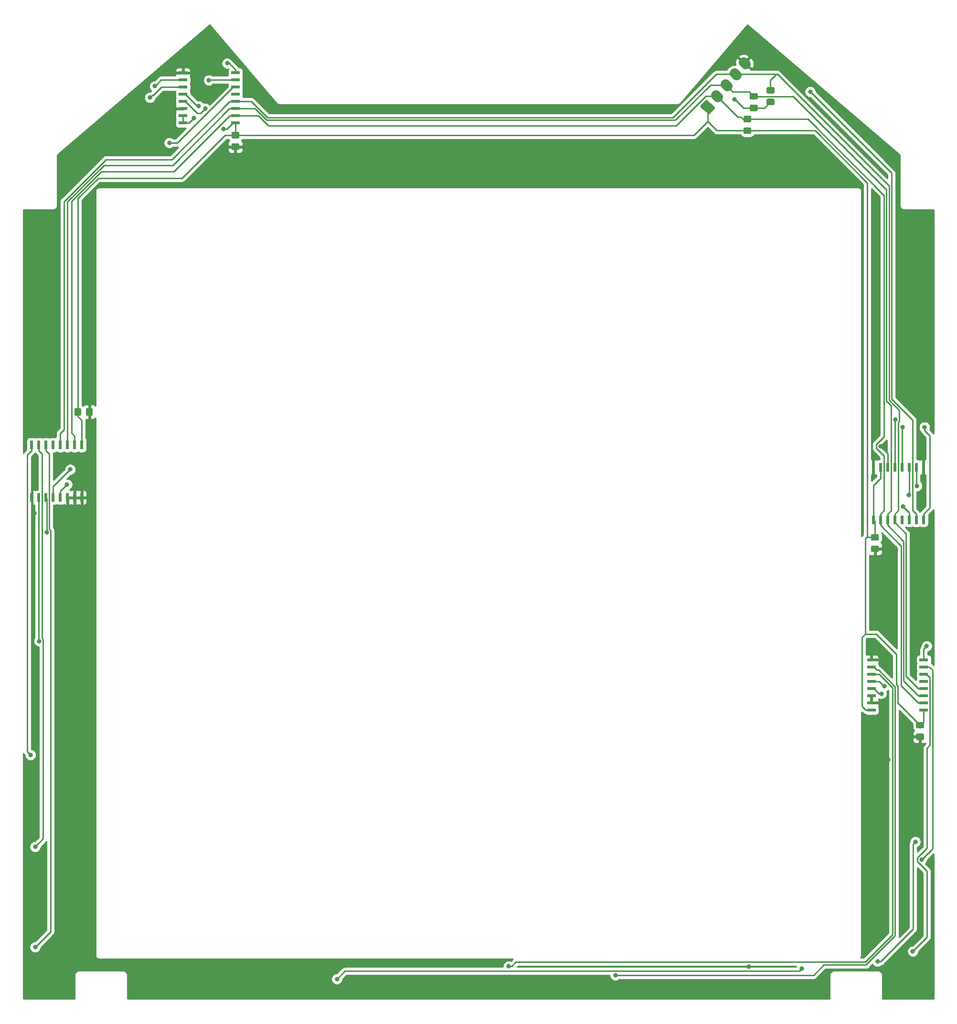
<source format=gbr>
G04 #@! TF.GenerationSoftware,KiCad,Pcbnew,(5.1.4-0-10_14)*
G04 #@! TF.CreationDate,2019-10-29T07:52:00+01:00*
G04 #@! TF.ProjectId,Buttons_AMPCD,42757474-6f6e-4735-9f41-4d5043442e6b,rev?*
G04 #@! TF.SameCoordinates,Original*
G04 #@! TF.FileFunction,Copper,L2,Bot*
G04 #@! TF.FilePolarity,Positive*
%FSLAX46Y46*%
G04 Gerber Fmt 4.6, Leading zero omitted, Abs format (unit mm)*
G04 Created by KiCad (PCBNEW (5.1.4-0-10_14)) date 2019-10-29 07:52:00*
%MOMM*%
%LPD*%
G04 APERTURE LIST*
%ADD10C,0.100000*%
%ADD11C,1.740000*%
%ADD12C,1.740000*%
%ADD13C,1.150000*%
%ADD14R,1.500000X0.600000*%
%ADD15R,0.600000X1.500000*%
%ADD16C,0.800000*%
%ADD17C,0.250000*%
%ADD18C,0.254000*%
G04 APERTURE END LIST*
D10*
G36*
X137188607Y-33147169D02*
G01*
X137212834Y-33151033D01*
X137236566Y-33157254D01*
X137259574Y-33165770D01*
X137281637Y-33176501D01*
X137302541Y-33189343D01*
X137322086Y-33204172D01*
X138624364Y-34296912D01*
X138642362Y-34313585D01*
X138658638Y-34331942D01*
X138673037Y-34351806D01*
X138685420Y-34372985D01*
X138695667Y-34395277D01*
X138703679Y-34418465D01*
X138709381Y-34442327D01*
X138712716Y-34466633D01*
X138713652Y-34491149D01*
X138712181Y-34515638D01*
X138708317Y-34539866D01*
X138702096Y-34563598D01*
X138693580Y-34586606D01*
X138682849Y-34608669D01*
X138670007Y-34629573D01*
X138655178Y-34649118D01*
X137858120Y-35599014D01*
X137841447Y-35617012D01*
X137823090Y-35633288D01*
X137803226Y-35647687D01*
X137782047Y-35660070D01*
X137759755Y-35670317D01*
X137736567Y-35678330D01*
X137712705Y-35684031D01*
X137688399Y-35687366D01*
X137663883Y-35688302D01*
X137639393Y-35686831D01*
X137615166Y-35682967D01*
X137591434Y-35676746D01*
X137568426Y-35668230D01*
X137546363Y-35657499D01*
X137525459Y-35644657D01*
X137505914Y-35629828D01*
X136203636Y-34537088D01*
X136185638Y-34520415D01*
X136169362Y-34502058D01*
X136154963Y-34482194D01*
X136142580Y-34461015D01*
X136132333Y-34438723D01*
X136124321Y-34415535D01*
X136118619Y-34391673D01*
X136115284Y-34367367D01*
X136114348Y-34342851D01*
X136115819Y-34318362D01*
X136119683Y-34294134D01*
X136125904Y-34270402D01*
X136134420Y-34247394D01*
X136145151Y-34225331D01*
X136157993Y-34204427D01*
X136172822Y-34184882D01*
X136969880Y-33234986D01*
X136986553Y-33216988D01*
X137004910Y-33200712D01*
X137024774Y-33186313D01*
X137045953Y-33173930D01*
X137068245Y-33163683D01*
X137091433Y-33155670D01*
X137115295Y-33149969D01*
X137139601Y-33146634D01*
X137164117Y-33145698D01*
X137188607Y-33147169D01*
X137188607Y-33147169D01*
G37*
D11*
X137414000Y-34417000D03*
X139046681Y-32471247D03*
D12*
X138870491Y-32323406D02*
X139222871Y-32619088D01*
D11*
X140679361Y-30525494D03*
D12*
X140503171Y-30377653D02*
X140855551Y-30673335D01*
D11*
X142312042Y-28579741D03*
D12*
X142135852Y-28431900D02*
X142488232Y-28727582D01*
D11*
X143944722Y-26633988D03*
D12*
X143768532Y-26486147D02*
X144120912Y-26781829D01*
D10*
G36*
X144924305Y-35967804D02*
G01*
X144948573Y-35971404D01*
X144972372Y-35977365D01*
X144995471Y-35985630D01*
X145017650Y-35996120D01*
X145038693Y-36008732D01*
X145058399Y-36023347D01*
X145076577Y-36039823D01*
X145093053Y-36058001D01*
X145107668Y-36077707D01*
X145120280Y-36098750D01*
X145130770Y-36120929D01*
X145139035Y-36144028D01*
X145144996Y-36167827D01*
X145148596Y-36192095D01*
X145149800Y-36216599D01*
X145149800Y-36866601D01*
X145148596Y-36891105D01*
X145144996Y-36915373D01*
X145139035Y-36939172D01*
X145130770Y-36962271D01*
X145120280Y-36984450D01*
X145107668Y-37005493D01*
X145093053Y-37025199D01*
X145076577Y-37043377D01*
X145058399Y-37059853D01*
X145038693Y-37074468D01*
X145017650Y-37087080D01*
X144995471Y-37097570D01*
X144972372Y-37105835D01*
X144948573Y-37111796D01*
X144924305Y-37115396D01*
X144899801Y-37116600D01*
X143999799Y-37116600D01*
X143975295Y-37115396D01*
X143951027Y-37111796D01*
X143927228Y-37105835D01*
X143904129Y-37097570D01*
X143881950Y-37087080D01*
X143860907Y-37074468D01*
X143841201Y-37059853D01*
X143823023Y-37043377D01*
X143806547Y-37025199D01*
X143791932Y-37005493D01*
X143779320Y-36984450D01*
X143768830Y-36962271D01*
X143760565Y-36939172D01*
X143754604Y-36915373D01*
X143751004Y-36891105D01*
X143749800Y-36866601D01*
X143749800Y-36216599D01*
X143751004Y-36192095D01*
X143754604Y-36167827D01*
X143760565Y-36144028D01*
X143768830Y-36120929D01*
X143779320Y-36098750D01*
X143791932Y-36077707D01*
X143806547Y-36058001D01*
X143823023Y-36039823D01*
X143841201Y-36023347D01*
X143860907Y-36008732D01*
X143881950Y-35996120D01*
X143904129Y-35985630D01*
X143927228Y-35977365D01*
X143951027Y-35971404D01*
X143975295Y-35967804D01*
X143999799Y-35966600D01*
X144899801Y-35966600D01*
X144924305Y-35967804D01*
X144924305Y-35967804D01*
G37*
D13*
X144449800Y-36541600D03*
D10*
G36*
X144924305Y-38017804D02*
G01*
X144948573Y-38021404D01*
X144972372Y-38027365D01*
X144995471Y-38035630D01*
X145017650Y-38046120D01*
X145038693Y-38058732D01*
X145058399Y-38073347D01*
X145076577Y-38089823D01*
X145093053Y-38108001D01*
X145107668Y-38127707D01*
X145120280Y-38148750D01*
X145130770Y-38170929D01*
X145139035Y-38194028D01*
X145144996Y-38217827D01*
X145148596Y-38242095D01*
X145149800Y-38266599D01*
X145149800Y-38916601D01*
X145148596Y-38941105D01*
X145144996Y-38965373D01*
X145139035Y-38989172D01*
X145130770Y-39012271D01*
X145120280Y-39034450D01*
X145107668Y-39055493D01*
X145093053Y-39075199D01*
X145076577Y-39093377D01*
X145058399Y-39109853D01*
X145038693Y-39124468D01*
X145017650Y-39137080D01*
X144995471Y-39147570D01*
X144972372Y-39155835D01*
X144948573Y-39161796D01*
X144924305Y-39165396D01*
X144899801Y-39166600D01*
X143999799Y-39166600D01*
X143975295Y-39165396D01*
X143951027Y-39161796D01*
X143927228Y-39155835D01*
X143904129Y-39147570D01*
X143881950Y-39137080D01*
X143860907Y-39124468D01*
X143841201Y-39109853D01*
X143823023Y-39093377D01*
X143806547Y-39075199D01*
X143791932Y-39055493D01*
X143779320Y-39034450D01*
X143768830Y-39012271D01*
X143760565Y-38989172D01*
X143754604Y-38965373D01*
X143751004Y-38941105D01*
X143749800Y-38916601D01*
X143749800Y-38266599D01*
X143751004Y-38242095D01*
X143754604Y-38217827D01*
X143760565Y-38194028D01*
X143768830Y-38170929D01*
X143779320Y-38148750D01*
X143791932Y-38127707D01*
X143806547Y-38108001D01*
X143823023Y-38089823D01*
X143841201Y-38073347D01*
X143860907Y-38058732D01*
X143881950Y-38046120D01*
X143904129Y-38035630D01*
X143927228Y-38027365D01*
X143951027Y-38021404D01*
X143975295Y-38017804D01*
X143999799Y-38016600D01*
X144899801Y-38016600D01*
X144924305Y-38017804D01*
X144924305Y-38017804D01*
G37*
D13*
X144449800Y-38591600D03*
D10*
G36*
X146041905Y-33979204D02*
G01*
X146066173Y-33982804D01*
X146089972Y-33988765D01*
X146113071Y-33997030D01*
X146135250Y-34007520D01*
X146156293Y-34020132D01*
X146175999Y-34034747D01*
X146194177Y-34051223D01*
X146210653Y-34069401D01*
X146225268Y-34089107D01*
X146237880Y-34110150D01*
X146248370Y-34132329D01*
X146256635Y-34155428D01*
X146262596Y-34179227D01*
X146266196Y-34203495D01*
X146267400Y-34227999D01*
X146267400Y-34878001D01*
X146266196Y-34902505D01*
X146262596Y-34926773D01*
X146256635Y-34950572D01*
X146248370Y-34973671D01*
X146237880Y-34995850D01*
X146225268Y-35016893D01*
X146210653Y-35036599D01*
X146194177Y-35054777D01*
X146175999Y-35071253D01*
X146156293Y-35085868D01*
X146135250Y-35098480D01*
X146113071Y-35108970D01*
X146089972Y-35117235D01*
X146066173Y-35123196D01*
X146041905Y-35126796D01*
X146017401Y-35128000D01*
X145117399Y-35128000D01*
X145092895Y-35126796D01*
X145068627Y-35123196D01*
X145044828Y-35117235D01*
X145021729Y-35108970D01*
X144999550Y-35098480D01*
X144978507Y-35085868D01*
X144958801Y-35071253D01*
X144940623Y-35054777D01*
X144924147Y-35036599D01*
X144909532Y-35016893D01*
X144896920Y-34995850D01*
X144886430Y-34973671D01*
X144878165Y-34950572D01*
X144872204Y-34926773D01*
X144868604Y-34902505D01*
X144867400Y-34878001D01*
X144867400Y-34227999D01*
X144868604Y-34203495D01*
X144872204Y-34179227D01*
X144878165Y-34155428D01*
X144886430Y-34132329D01*
X144896920Y-34110150D01*
X144909532Y-34089107D01*
X144924147Y-34069401D01*
X144940623Y-34051223D01*
X144958801Y-34034747D01*
X144978507Y-34020132D01*
X144999550Y-34007520D01*
X145021729Y-33997030D01*
X145044828Y-33988765D01*
X145068627Y-33982804D01*
X145092895Y-33979204D01*
X145117399Y-33978000D01*
X146017401Y-33978000D01*
X146041905Y-33979204D01*
X146041905Y-33979204D01*
G37*
D13*
X145567400Y-34553000D03*
D10*
G36*
X146041905Y-31929204D02*
G01*
X146066173Y-31932804D01*
X146089972Y-31938765D01*
X146113071Y-31947030D01*
X146135250Y-31957520D01*
X146156293Y-31970132D01*
X146175999Y-31984747D01*
X146194177Y-32001223D01*
X146210653Y-32019401D01*
X146225268Y-32039107D01*
X146237880Y-32060150D01*
X146248370Y-32082329D01*
X146256635Y-32105428D01*
X146262596Y-32129227D01*
X146266196Y-32153495D01*
X146267400Y-32177999D01*
X146267400Y-32828001D01*
X146266196Y-32852505D01*
X146262596Y-32876773D01*
X146256635Y-32900572D01*
X146248370Y-32923671D01*
X146237880Y-32945850D01*
X146225268Y-32966893D01*
X146210653Y-32986599D01*
X146194177Y-33004777D01*
X146175999Y-33021253D01*
X146156293Y-33035868D01*
X146135250Y-33048480D01*
X146113071Y-33058970D01*
X146089972Y-33067235D01*
X146066173Y-33073196D01*
X146041905Y-33076796D01*
X146017401Y-33078000D01*
X145117399Y-33078000D01*
X145092895Y-33076796D01*
X145068627Y-33073196D01*
X145044828Y-33067235D01*
X145021729Y-33058970D01*
X144999550Y-33048480D01*
X144978507Y-33035868D01*
X144958801Y-33021253D01*
X144940623Y-33004777D01*
X144924147Y-32986599D01*
X144909532Y-32966893D01*
X144896920Y-32945850D01*
X144886430Y-32923671D01*
X144878165Y-32900572D01*
X144872204Y-32876773D01*
X144868604Y-32852505D01*
X144867400Y-32828001D01*
X144867400Y-32177999D01*
X144868604Y-32153495D01*
X144872204Y-32129227D01*
X144878165Y-32105428D01*
X144886430Y-32082329D01*
X144896920Y-32060150D01*
X144909532Y-32039107D01*
X144924147Y-32019401D01*
X144940623Y-32001223D01*
X144958801Y-31984747D01*
X144978507Y-31970132D01*
X144999550Y-31957520D01*
X145021729Y-31947030D01*
X145044828Y-31938765D01*
X145068627Y-31932804D01*
X145092895Y-31929204D01*
X145117399Y-31928000D01*
X146017401Y-31928000D01*
X146041905Y-31929204D01*
X146041905Y-31929204D01*
G37*
D13*
X145567400Y-32503000D03*
D14*
X175719000Y-141224000D03*
X175719000Y-139954000D03*
X175719000Y-138684000D03*
X175719000Y-137414000D03*
X175719000Y-136144000D03*
X175719000Y-134874000D03*
X175719000Y-133604000D03*
X175719000Y-132334000D03*
X166419000Y-132334000D03*
X166419000Y-133604000D03*
X166419000Y-134874000D03*
X166419000Y-136144000D03*
X166419000Y-137414000D03*
X166419000Y-138684000D03*
X166419000Y-139954000D03*
X166419000Y-141224000D03*
D15*
X26416000Y-103583000D03*
X25146000Y-103583000D03*
X23876000Y-103583000D03*
X22606000Y-103583000D03*
X21336000Y-103583000D03*
X20066000Y-103583000D03*
X18796000Y-103583000D03*
X17526000Y-103583000D03*
X17526000Y-94283000D03*
X18796000Y-94283000D03*
X20066000Y-94283000D03*
X21336000Y-94283000D03*
X22606000Y-94283000D03*
X23876000Y-94283000D03*
X25146000Y-94283000D03*
X26416000Y-94283000D03*
X166751000Y-98220000D03*
X168021000Y-98220000D03*
X169291000Y-98220000D03*
X170561000Y-98220000D03*
X171831000Y-98220000D03*
X173101000Y-98220000D03*
X174371000Y-98220000D03*
X175641000Y-98220000D03*
X175641000Y-107520000D03*
X174371000Y-107520000D03*
X173101000Y-107520000D03*
X171831000Y-107520000D03*
X170561000Y-107520000D03*
X169291000Y-107520000D03*
X168021000Y-107520000D03*
X166751000Y-107520000D03*
D14*
X53672000Y-37211000D03*
X53672000Y-35941000D03*
X53672000Y-34671000D03*
X53672000Y-33401000D03*
X53672000Y-32131000D03*
X53672000Y-30861000D03*
X53672000Y-29591000D03*
X53672000Y-28321000D03*
X44372000Y-28321000D03*
X44372000Y-29591000D03*
X44372000Y-30861000D03*
X44372000Y-32131000D03*
X44372000Y-33401000D03*
X44372000Y-34671000D03*
X44372000Y-35941000D03*
X44372000Y-37211000D03*
D10*
G36*
X149013705Y-32921404D02*
G01*
X149037973Y-32925004D01*
X149061772Y-32930965D01*
X149084871Y-32939230D01*
X149107050Y-32949720D01*
X149128093Y-32962332D01*
X149147799Y-32976947D01*
X149165977Y-32993423D01*
X149182453Y-33011601D01*
X149197068Y-33031307D01*
X149209680Y-33052350D01*
X149220170Y-33074529D01*
X149228435Y-33097628D01*
X149234396Y-33121427D01*
X149237996Y-33145695D01*
X149239200Y-33170199D01*
X149239200Y-33820201D01*
X149237996Y-33844705D01*
X149234396Y-33868973D01*
X149228435Y-33892772D01*
X149220170Y-33915871D01*
X149209680Y-33938050D01*
X149197068Y-33959093D01*
X149182453Y-33978799D01*
X149165977Y-33996977D01*
X149147799Y-34013453D01*
X149128093Y-34028068D01*
X149107050Y-34040680D01*
X149084871Y-34051170D01*
X149061772Y-34059435D01*
X149037973Y-34065396D01*
X149013705Y-34068996D01*
X148989201Y-34070200D01*
X148089199Y-34070200D01*
X148064695Y-34068996D01*
X148040427Y-34065396D01*
X148016628Y-34059435D01*
X147993529Y-34051170D01*
X147971350Y-34040680D01*
X147950307Y-34028068D01*
X147930601Y-34013453D01*
X147912423Y-33996977D01*
X147895947Y-33978799D01*
X147881332Y-33959093D01*
X147868720Y-33938050D01*
X147858230Y-33915871D01*
X147849965Y-33892772D01*
X147844004Y-33868973D01*
X147840404Y-33844705D01*
X147839200Y-33820201D01*
X147839200Y-33170199D01*
X147840404Y-33145695D01*
X147844004Y-33121427D01*
X147849965Y-33097628D01*
X147858230Y-33074529D01*
X147868720Y-33052350D01*
X147881332Y-33031307D01*
X147895947Y-33011601D01*
X147912423Y-32993423D01*
X147930601Y-32976947D01*
X147950307Y-32962332D01*
X147971350Y-32949720D01*
X147993529Y-32939230D01*
X148016628Y-32930965D01*
X148040427Y-32925004D01*
X148064695Y-32921404D01*
X148089199Y-32920200D01*
X148989201Y-32920200D01*
X149013705Y-32921404D01*
X149013705Y-32921404D01*
G37*
D13*
X148539200Y-33495200D03*
D10*
G36*
X149013705Y-30871404D02*
G01*
X149037973Y-30875004D01*
X149061772Y-30880965D01*
X149084871Y-30889230D01*
X149107050Y-30899720D01*
X149128093Y-30912332D01*
X149147799Y-30926947D01*
X149165977Y-30943423D01*
X149182453Y-30961601D01*
X149197068Y-30981307D01*
X149209680Y-31002350D01*
X149220170Y-31024529D01*
X149228435Y-31047628D01*
X149234396Y-31071427D01*
X149237996Y-31095695D01*
X149239200Y-31120199D01*
X149239200Y-31770201D01*
X149237996Y-31794705D01*
X149234396Y-31818973D01*
X149228435Y-31842772D01*
X149220170Y-31865871D01*
X149209680Y-31888050D01*
X149197068Y-31909093D01*
X149182453Y-31928799D01*
X149165977Y-31946977D01*
X149147799Y-31963453D01*
X149128093Y-31978068D01*
X149107050Y-31990680D01*
X149084871Y-32001170D01*
X149061772Y-32009435D01*
X149037973Y-32015396D01*
X149013705Y-32018996D01*
X148989201Y-32020200D01*
X148089199Y-32020200D01*
X148064695Y-32018996D01*
X148040427Y-32015396D01*
X148016628Y-32009435D01*
X147993529Y-32001170D01*
X147971350Y-31990680D01*
X147950307Y-31978068D01*
X147930601Y-31963453D01*
X147912423Y-31946977D01*
X147895947Y-31928799D01*
X147881332Y-31909093D01*
X147868720Y-31888050D01*
X147858230Y-31865871D01*
X147849965Y-31842772D01*
X147844004Y-31818973D01*
X147840404Y-31794705D01*
X147839200Y-31770201D01*
X147839200Y-31120199D01*
X147840404Y-31095695D01*
X147844004Y-31071427D01*
X147849965Y-31047628D01*
X147858230Y-31024529D01*
X147868720Y-31002350D01*
X147881332Y-30981307D01*
X147895947Y-30961601D01*
X147912423Y-30943423D01*
X147930601Y-30926947D01*
X147950307Y-30912332D01*
X147971350Y-30899720D01*
X147993529Y-30889230D01*
X148016628Y-30880965D01*
X148040427Y-30875004D01*
X148064695Y-30871404D01*
X148089199Y-30870200D01*
X148989201Y-30870200D01*
X149013705Y-30871404D01*
X149013705Y-30871404D01*
G37*
D13*
X148539200Y-31445200D03*
D10*
G36*
X54144705Y-38812604D02*
G01*
X54168973Y-38816204D01*
X54192772Y-38822165D01*
X54215871Y-38830430D01*
X54238050Y-38840920D01*
X54259093Y-38853532D01*
X54278799Y-38868147D01*
X54296977Y-38884623D01*
X54313453Y-38902801D01*
X54328068Y-38922507D01*
X54340680Y-38943550D01*
X54351170Y-38965729D01*
X54359435Y-38988828D01*
X54365396Y-39012627D01*
X54368996Y-39036895D01*
X54370200Y-39061399D01*
X54370200Y-39711401D01*
X54368996Y-39735905D01*
X54365396Y-39760173D01*
X54359435Y-39783972D01*
X54351170Y-39807071D01*
X54340680Y-39829250D01*
X54328068Y-39850293D01*
X54313453Y-39869999D01*
X54296977Y-39888177D01*
X54278799Y-39904653D01*
X54259093Y-39919268D01*
X54238050Y-39931880D01*
X54215871Y-39942370D01*
X54192772Y-39950635D01*
X54168973Y-39956596D01*
X54144705Y-39960196D01*
X54120201Y-39961400D01*
X53220199Y-39961400D01*
X53195695Y-39960196D01*
X53171427Y-39956596D01*
X53147628Y-39950635D01*
X53124529Y-39942370D01*
X53102350Y-39931880D01*
X53081307Y-39919268D01*
X53061601Y-39904653D01*
X53043423Y-39888177D01*
X53026947Y-39869999D01*
X53012332Y-39850293D01*
X52999720Y-39829250D01*
X52989230Y-39807071D01*
X52980965Y-39783972D01*
X52975004Y-39760173D01*
X52971404Y-39735905D01*
X52970200Y-39711401D01*
X52970200Y-39061399D01*
X52971404Y-39036895D01*
X52975004Y-39012627D01*
X52980965Y-38988828D01*
X52989230Y-38965729D01*
X52999720Y-38943550D01*
X53012332Y-38922507D01*
X53026947Y-38902801D01*
X53043423Y-38884623D01*
X53061601Y-38868147D01*
X53081307Y-38853532D01*
X53102350Y-38840920D01*
X53124529Y-38830430D01*
X53147628Y-38822165D01*
X53171427Y-38816204D01*
X53195695Y-38812604D01*
X53220199Y-38811400D01*
X54120201Y-38811400D01*
X54144705Y-38812604D01*
X54144705Y-38812604D01*
G37*
D13*
X53670200Y-39386400D03*
D10*
G36*
X54144705Y-40862604D02*
G01*
X54168973Y-40866204D01*
X54192772Y-40872165D01*
X54215871Y-40880430D01*
X54238050Y-40890920D01*
X54259093Y-40903532D01*
X54278799Y-40918147D01*
X54296977Y-40934623D01*
X54313453Y-40952801D01*
X54328068Y-40972507D01*
X54340680Y-40993550D01*
X54351170Y-41015729D01*
X54359435Y-41038828D01*
X54365396Y-41062627D01*
X54368996Y-41086895D01*
X54370200Y-41111399D01*
X54370200Y-41761401D01*
X54368996Y-41785905D01*
X54365396Y-41810173D01*
X54359435Y-41833972D01*
X54351170Y-41857071D01*
X54340680Y-41879250D01*
X54328068Y-41900293D01*
X54313453Y-41919999D01*
X54296977Y-41938177D01*
X54278799Y-41954653D01*
X54259093Y-41969268D01*
X54238050Y-41981880D01*
X54215871Y-41992370D01*
X54192772Y-42000635D01*
X54168973Y-42006596D01*
X54144705Y-42010196D01*
X54120201Y-42011400D01*
X53220199Y-42011400D01*
X53195695Y-42010196D01*
X53171427Y-42006596D01*
X53147628Y-42000635D01*
X53124529Y-41992370D01*
X53102350Y-41981880D01*
X53081307Y-41969268D01*
X53061601Y-41954653D01*
X53043423Y-41938177D01*
X53026947Y-41919999D01*
X53012332Y-41900293D01*
X52999720Y-41879250D01*
X52989230Y-41857071D01*
X52980965Y-41833972D01*
X52975004Y-41810173D01*
X52971404Y-41785905D01*
X52970200Y-41761401D01*
X52970200Y-41111399D01*
X52971404Y-41086895D01*
X52975004Y-41062627D01*
X52980965Y-41038828D01*
X52989230Y-41015729D01*
X52999720Y-40993550D01*
X53012332Y-40972507D01*
X53026947Y-40952801D01*
X53043423Y-40934623D01*
X53061601Y-40918147D01*
X53081307Y-40903532D01*
X53102350Y-40890920D01*
X53124529Y-40880430D01*
X53147628Y-40872165D01*
X53171427Y-40866204D01*
X53195695Y-40862604D01*
X53220199Y-40861400D01*
X54120201Y-40861400D01*
X54144705Y-40862604D01*
X54144705Y-40862604D01*
G37*
D13*
X53670200Y-41436400D03*
D10*
G36*
X28120705Y-87718604D02*
G01*
X28144973Y-87722204D01*
X28168772Y-87728165D01*
X28191871Y-87736430D01*
X28214050Y-87746920D01*
X28235093Y-87759532D01*
X28254799Y-87774147D01*
X28272977Y-87790623D01*
X28289453Y-87808801D01*
X28304068Y-87828507D01*
X28316680Y-87849550D01*
X28327170Y-87871729D01*
X28335435Y-87894828D01*
X28341396Y-87918627D01*
X28344996Y-87942895D01*
X28346200Y-87967399D01*
X28346200Y-88867401D01*
X28344996Y-88891905D01*
X28341396Y-88916173D01*
X28335435Y-88939972D01*
X28327170Y-88963071D01*
X28316680Y-88985250D01*
X28304068Y-89006293D01*
X28289453Y-89025999D01*
X28272977Y-89044177D01*
X28254799Y-89060653D01*
X28235093Y-89075268D01*
X28214050Y-89087880D01*
X28191871Y-89098370D01*
X28168772Y-89106635D01*
X28144973Y-89112596D01*
X28120705Y-89116196D01*
X28096201Y-89117400D01*
X27446199Y-89117400D01*
X27421695Y-89116196D01*
X27397427Y-89112596D01*
X27373628Y-89106635D01*
X27350529Y-89098370D01*
X27328350Y-89087880D01*
X27307307Y-89075268D01*
X27287601Y-89060653D01*
X27269423Y-89044177D01*
X27252947Y-89025999D01*
X27238332Y-89006293D01*
X27225720Y-88985250D01*
X27215230Y-88963071D01*
X27206965Y-88939972D01*
X27201004Y-88916173D01*
X27197404Y-88891905D01*
X27196200Y-88867401D01*
X27196200Y-87967399D01*
X27197404Y-87942895D01*
X27201004Y-87918627D01*
X27206965Y-87894828D01*
X27215230Y-87871729D01*
X27225720Y-87849550D01*
X27238332Y-87828507D01*
X27252947Y-87808801D01*
X27269423Y-87790623D01*
X27287601Y-87774147D01*
X27307307Y-87759532D01*
X27328350Y-87746920D01*
X27350529Y-87736430D01*
X27373628Y-87728165D01*
X27397427Y-87722204D01*
X27421695Y-87718604D01*
X27446199Y-87717400D01*
X28096201Y-87717400D01*
X28120705Y-87718604D01*
X28120705Y-87718604D01*
G37*
D13*
X27771200Y-88417400D03*
D10*
G36*
X26070705Y-87718604D02*
G01*
X26094973Y-87722204D01*
X26118772Y-87728165D01*
X26141871Y-87736430D01*
X26164050Y-87746920D01*
X26185093Y-87759532D01*
X26204799Y-87774147D01*
X26222977Y-87790623D01*
X26239453Y-87808801D01*
X26254068Y-87828507D01*
X26266680Y-87849550D01*
X26277170Y-87871729D01*
X26285435Y-87894828D01*
X26291396Y-87918627D01*
X26294996Y-87942895D01*
X26296200Y-87967399D01*
X26296200Y-88867401D01*
X26294996Y-88891905D01*
X26291396Y-88916173D01*
X26285435Y-88939972D01*
X26277170Y-88963071D01*
X26266680Y-88985250D01*
X26254068Y-89006293D01*
X26239453Y-89025999D01*
X26222977Y-89044177D01*
X26204799Y-89060653D01*
X26185093Y-89075268D01*
X26164050Y-89087880D01*
X26141871Y-89098370D01*
X26118772Y-89106635D01*
X26094973Y-89112596D01*
X26070705Y-89116196D01*
X26046201Y-89117400D01*
X25396199Y-89117400D01*
X25371695Y-89116196D01*
X25347427Y-89112596D01*
X25323628Y-89106635D01*
X25300529Y-89098370D01*
X25278350Y-89087880D01*
X25257307Y-89075268D01*
X25237601Y-89060653D01*
X25219423Y-89044177D01*
X25202947Y-89025999D01*
X25188332Y-89006293D01*
X25175720Y-88985250D01*
X25165230Y-88963071D01*
X25156965Y-88939972D01*
X25151004Y-88916173D01*
X25147404Y-88891905D01*
X25146200Y-88867401D01*
X25146200Y-87967399D01*
X25147404Y-87942895D01*
X25151004Y-87918627D01*
X25156965Y-87894828D01*
X25165230Y-87871729D01*
X25175720Y-87849550D01*
X25188332Y-87828507D01*
X25202947Y-87808801D01*
X25219423Y-87790623D01*
X25237601Y-87774147D01*
X25257307Y-87759532D01*
X25278350Y-87746920D01*
X25300529Y-87736430D01*
X25323628Y-87728165D01*
X25347427Y-87722204D01*
X25371695Y-87718604D01*
X25396199Y-87717400D01*
X26046201Y-87717400D01*
X26070705Y-87718604D01*
X26070705Y-87718604D01*
G37*
D13*
X25721200Y-88417400D03*
D10*
G36*
X167530305Y-110059604D02*
G01*
X167554573Y-110063204D01*
X167578372Y-110069165D01*
X167601471Y-110077430D01*
X167623650Y-110087920D01*
X167644693Y-110100532D01*
X167664399Y-110115147D01*
X167682577Y-110131623D01*
X167699053Y-110149801D01*
X167713668Y-110169507D01*
X167726280Y-110190550D01*
X167736770Y-110212729D01*
X167745035Y-110235828D01*
X167750996Y-110259627D01*
X167754596Y-110283895D01*
X167755800Y-110308399D01*
X167755800Y-110958401D01*
X167754596Y-110982905D01*
X167750996Y-111007173D01*
X167745035Y-111030972D01*
X167736770Y-111054071D01*
X167726280Y-111076250D01*
X167713668Y-111097293D01*
X167699053Y-111116999D01*
X167682577Y-111135177D01*
X167664399Y-111151653D01*
X167644693Y-111166268D01*
X167623650Y-111178880D01*
X167601471Y-111189370D01*
X167578372Y-111197635D01*
X167554573Y-111203596D01*
X167530305Y-111207196D01*
X167505801Y-111208400D01*
X166605799Y-111208400D01*
X166581295Y-111207196D01*
X166557027Y-111203596D01*
X166533228Y-111197635D01*
X166510129Y-111189370D01*
X166487950Y-111178880D01*
X166466907Y-111166268D01*
X166447201Y-111151653D01*
X166429023Y-111135177D01*
X166412547Y-111116999D01*
X166397932Y-111097293D01*
X166385320Y-111076250D01*
X166374830Y-111054071D01*
X166366565Y-111030972D01*
X166360604Y-111007173D01*
X166357004Y-110982905D01*
X166355800Y-110958401D01*
X166355800Y-110308399D01*
X166357004Y-110283895D01*
X166360604Y-110259627D01*
X166366565Y-110235828D01*
X166374830Y-110212729D01*
X166385320Y-110190550D01*
X166397932Y-110169507D01*
X166412547Y-110149801D01*
X166429023Y-110131623D01*
X166447201Y-110115147D01*
X166466907Y-110100532D01*
X166487950Y-110087920D01*
X166510129Y-110077430D01*
X166533228Y-110069165D01*
X166557027Y-110063204D01*
X166581295Y-110059604D01*
X166605799Y-110058400D01*
X167505801Y-110058400D01*
X167530305Y-110059604D01*
X167530305Y-110059604D01*
G37*
D13*
X167055800Y-110633400D03*
D10*
G36*
X167530305Y-112109604D02*
G01*
X167554573Y-112113204D01*
X167578372Y-112119165D01*
X167601471Y-112127430D01*
X167623650Y-112137920D01*
X167644693Y-112150532D01*
X167664399Y-112165147D01*
X167682577Y-112181623D01*
X167699053Y-112199801D01*
X167713668Y-112219507D01*
X167726280Y-112240550D01*
X167736770Y-112262729D01*
X167745035Y-112285828D01*
X167750996Y-112309627D01*
X167754596Y-112333895D01*
X167755800Y-112358399D01*
X167755800Y-113008401D01*
X167754596Y-113032905D01*
X167750996Y-113057173D01*
X167745035Y-113080972D01*
X167736770Y-113104071D01*
X167726280Y-113126250D01*
X167713668Y-113147293D01*
X167699053Y-113166999D01*
X167682577Y-113185177D01*
X167664399Y-113201653D01*
X167644693Y-113216268D01*
X167623650Y-113228880D01*
X167601471Y-113239370D01*
X167578372Y-113247635D01*
X167554573Y-113253596D01*
X167530305Y-113257196D01*
X167505801Y-113258400D01*
X166605799Y-113258400D01*
X166581295Y-113257196D01*
X166557027Y-113253596D01*
X166533228Y-113247635D01*
X166510129Y-113239370D01*
X166487950Y-113228880D01*
X166466907Y-113216268D01*
X166447201Y-113201653D01*
X166429023Y-113185177D01*
X166412547Y-113166999D01*
X166397932Y-113147293D01*
X166385320Y-113126250D01*
X166374830Y-113104071D01*
X166366565Y-113080972D01*
X166360604Y-113057173D01*
X166357004Y-113032905D01*
X166355800Y-113008401D01*
X166355800Y-112358399D01*
X166357004Y-112333895D01*
X166360604Y-112309627D01*
X166366565Y-112285828D01*
X166374830Y-112262729D01*
X166385320Y-112240550D01*
X166397932Y-112219507D01*
X166412547Y-112199801D01*
X166429023Y-112181623D01*
X166447201Y-112165147D01*
X166466907Y-112150532D01*
X166487950Y-112137920D01*
X166510129Y-112127430D01*
X166533228Y-112119165D01*
X166557027Y-112113204D01*
X166581295Y-112109604D01*
X166605799Y-112108400D01*
X167505801Y-112108400D01*
X167530305Y-112109604D01*
X167530305Y-112109604D01*
G37*
D13*
X167055800Y-112683400D03*
D10*
G36*
X175531305Y-145409004D02*
G01*
X175555573Y-145412604D01*
X175579372Y-145418565D01*
X175602471Y-145426830D01*
X175624650Y-145437320D01*
X175645693Y-145449932D01*
X175665399Y-145464547D01*
X175683577Y-145481023D01*
X175700053Y-145499201D01*
X175714668Y-145518907D01*
X175727280Y-145539950D01*
X175737770Y-145562129D01*
X175746035Y-145585228D01*
X175751996Y-145609027D01*
X175755596Y-145633295D01*
X175756800Y-145657799D01*
X175756800Y-146307801D01*
X175755596Y-146332305D01*
X175751996Y-146356573D01*
X175746035Y-146380372D01*
X175737770Y-146403471D01*
X175727280Y-146425650D01*
X175714668Y-146446693D01*
X175700053Y-146466399D01*
X175683577Y-146484577D01*
X175665399Y-146501053D01*
X175645693Y-146515668D01*
X175624650Y-146528280D01*
X175602471Y-146538770D01*
X175579372Y-146547035D01*
X175555573Y-146552996D01*
X175531305Y-146556596D01*
X175506801Y-146557800D01*
X174606799Y-146557800D01*
X174582295Y-146556596D01*
X174558027Y-146552996D01*
X174534228Y-146547035D01*
X174511129Y-146538770D01*
X174488950Y-146528280D01*
X174467907Y-146515668D01*
X174448201Y-146501053D01*
X174430023Y-146484577D01*
X174413547Y-146466399D01*
X174398932Y-146446693D01*
X174386320Y-146425650D01*
X174375830Y-146403471D01*
X174367565Y-146380372D01*
X174361604Y-146356573D01*
X174358004Y-146332305D01*
X174356800Y-146307801D01*
X174356800Y-145657799D01*
X174358004Y-145633295D01*
X174361604Y-145609027D01*
X174367565Y-145585228D01*
X174375830Y-145562129D01*
X174386320Y-145539950D01*
X174398932Y-145518907D01*
X174413547Y-145499201D01*
X174430023Y-145481023D01*
X174448201Y-145464547D01*
X174467907Y-145449932D01*
X174488950Y-145437320D01*
X174511129Y-145426830D01*
X174534228Y-145418565D01*
X174558027Y-145412604D01*
X174582295Y-145409004D01*
X174606799Y-145407800D01*
X175506801Y-145407800D01*
X175531305Y-145409004D01*
X175531305Y-145409004D01*
G37*
D13*
X175056800Y-145982800D03*
D10*
G36*
X175531305Y-143359004D02*
G01*
X175555573Y-143362604D01*
X175579372Y-143368565D01*
X175602471Y-143376830D01*
X175624650Y-143387320D01*
X175645693Y-143399932D01*
X175665399Y-143414547D01*
X175683577Y-143431023D01*
X175700053Y-143449201D01*
X175714668Y-143468907D01*
X175727280Y-143489950D01*
X175737770Y-143512129D01*
X175746035Y-143535228D01*
X175751996Y-143559027D01*
X175755596Y-143583295D01*
X175756800Y-143607799D01*
X175756800Y-144257801D01*
X175755596Y-144282305D01*
X175751996Y-144306573D01*
X175746035Y-144330372D01*
X175737770Y-144353471D01*
X175727280Y-144375650D01*
X175714668Y-144396693D01*
X175700053Y-144416399D01*
X175683577Y-144434577D01*
X175665399Y-144451053D01*
X175645693Y-144465668D01*
X175624650Y-144478280D01*
X175602471Y-144488770D01*
X175579372Y-144497035D01*
X175555573Y-144502996D01*
X175531305Y-144506596D01*
X175506801Y-144507800D01*
X174606799Y-144507800D01*
X174582295Y-144506596D01*
X174558027Y-144502996D01*
X174534228Y-144497035D01*
X174511129Y-144488770D01*
X174488950Y-144478280D01*
X174467907Y-144465668D01*
X174448201Y-144451053D01*
X174430023Y-144434577D01*
X174413547Y-144416399D01*
X174398932Y-144396693D01*
X174386320Y-144375650D01*
X174375830Y-144353471D01*
X174367565Y-144330372D01*
X174361604Y-144306573D01*
X174358004Y-144282305D01*
X174356800Y-144257801D01*
X174356800Y-143607799D01*
X174358004Y-143583295D01*
X174361604Y-143559027D01*
X174367565Y-143535228D01*
X174375830Y-143512129D01*
X174386320Y-143489950D01*
X174398932Y-143468907D01*
X174413547Y-143449201D01*
X174430023Y-143431023D01*
X174448201Y-143414547D01*
X174467907Y-143399932D01*
X174488950Y-143387320D01*
X174511129Y-143376830D01*
X174534228Y-143368565D01*
X174558027Y-143362604D01*
X174582295Y-143359004D01*
X174606799Y-143357800D01*
X175506801Y-143357800D01*
X175531305Y-143359004D01*
X175531305Y-143359004D01*
G37*
D13*
X175056800Y-143932800D03*
D16*
X51587400Y-38303200D03*
X46304200Y-36372800D03*
X142163800Y-33070800D03*
X87630000Y-188912500D03*
X45593000Y-188722000D03*
X144716500Y-190563500D03*
X18070990Y-106362500D03*
X144653000Y-186726990D03*
X146812000Y-42799000D03*
X144272000Y-42799000D03*
X171907200Y-147828000D03*
X171831000Y-152781000D03*
X166954200Y-144018000D03*
X166700200Y-130124200D03*
X175361600Y-103708200D03*
X54813200Y-43103800D03*
X40005000Y-35991800D03*
X27457400Y-75717400D03*
X49530000Y-46126400D03*
X168046400Y-94513400D03*
X166852600Y-96037400D03*
X170789600Y-112852200D03*
X167411400Y-116306600D03*
X169418000Y-150088600D03*
X176199800Y-112420400D03*
X173761400Y-183997600D03*
X175310800Y-167767000D03*
X167513000Y-185801000D03*
X174218600Y-164592000D03*
X176225200Y-129895600D03*
X121031000Y-188240510D03*
X102108000Y-186639200D03*
X168706800Y-137058400D03*
X71669118Y-188917000D03*
X154051000Y-187071000D03*
X168198800Y-138353800D03*
X23812500Y-101282500D03*
X24384000Y-98615500D03*
X20193000Y-109791500D03*
X18859500Y-129032000D03*
X17348200Y-149199600D03*
X18161000Y-165481000D03*
X18161000Y-183261000D03*
X170651010Y-89789000D03*
X171921010Y-91153356D03*
X173020989Y-103144419D03*
X174498000Y-101536500D03*
X175831500Y-91122500D03*
X155575000Y-31686500D03*
X172021500Y-105219500D03*
X41960800Y-40741600D03*
X48958500Y-29654500D03*
X52197000Y-26644600D03*
X39370000Y-30708600D03*
X38506400Y-32715200D03*
X47193200Y-34239200D03*
X48323500Y-34671000D03*
D17*
X137414000Y-36957000D02*
X137414000Y-34417000D01*
X53670200Y-37212800D02*
X53672000Y-37211000D01*
X53670200Y-39386400D02*
X53670200Y-37212800D01*
X52129800Y-38303200D02*
X51587400Y-38303200D01*
X53672000Y-37211000D02*
X53222000Y-37211000D01*
X53222000Y-37211000D02*
X52129800Y-38303200D01*
X26416000Y-93283000D02*
X26416000Y-94283000D01*
X26416000Y-89912200D02*
X26416000Y-93283000D01*
X25721200Y-89217400D02*
X26416000Y-89912200D01*
X25721200Y-88417400D02*
X25721200Y-89217400D01*
X168021000Y-100152200D02*
X168021000Y-98220000D01*
X166751000Y-107520000D02*
X166751000Y-101422200D01*
X166751000Y-101422200D02*
X168021000Y-100152200D01*
X165802200Y-110633400D02*
X167055800Y-110633400D01*
X165684200Y-110515400D02*
X165802200Y-110633400D01*
X167055800Y-107824800D02*
X166751000Y-107520000D01*
X167055800Y-110633400D02*
X167055800Y-107824800D01*
X165684200Y-110515400D02*
X165343999Y-110855601D01*
X165343999Y-110855601D02*
X165343999Y-127772001D01*
X175742600Y-141247600D02*
X175719000Y-141224000D01*
X44372000Y-35941000D02*
X44372000Y-37211000D01*
X45466000Y-37211000D02*
X46304200Y-36372800D01*
X44372000Y-37211000D02*
X45466000Y-37211000D01*
X165684200Y-96645200D02*
X165684200Y-110515400D01*
X165684200Y-47828200D02*
X165684200Y-96645200D01*
X139048600Y-38591600D02*
X144449800Y-38591600D01*
X137414000Y-36957000D02*
X139048600Y-38591600D01*
X156429600Y-38591600D02*
X156438600Y-38582600D01*
X144449800Y-38591600D02*
X156429600Y-38591600D01*
X156438600Y-38582600D02*
X165684200Y-47828200D01*
X147481400Y-34553000D02*
X145567400Y-34553000D01*
X148539200Y-33495200D02*
X147481400Y-34553000D01*
X143722200Y-34553000D02*
X145567400Y-34553000D01*
X142163800Y-33070800D02*
X142240000Y-33070800D01*
X142240000Y-33070800D02*
X143722200Y-34553000D01*
X165430200Y-141224000D02*
X166419000Y-141224000D01*
X164795200Y-140589000D02*
X165430200Y-141224000D01*
X165343999Y-127772001D02*
X164795200Y-128320800D01*
X164795200Y-128320800D02*
X164795200Y-140589000D01*
X175719000Y-143270600D02*
X175056800Y-143932800D01*
X175719000Y-141224000D02*
X175719000Y-143270600D01*
X171080022Y-139956022D02*
X171080022Y-136914200D01*
X170891200Y-136725378D02*
X170891200Y-131368800D01*
X167294401Y-127772001D02*
X165343999Y-127772001D01*
X170891200Y-131368800D02*
X167294401Y-127772001D01*
X171080022Y-136914200D02*
X170891200Y-136725378D01*
X175056800Y-143932800D02*
X171080022Y-139956022D01*
X25721200Y-50610030D02*
X25721200Y-88417400D01*
X29341230Y-46990000D02*
X25721200Y-50610030D01*
X44196000Y-46990000D02*
X29341230Y-46990000D01*
X53670200Y-39386400D02*
X51799600Y-39386400D01*
X51799600Y-39386400D02*
X44196000Y-46990000D01*
X134984600Y-39386400D02*
X137414000Y-36957000D01*
X53670200Y-39386400D02*
X134984600Y-39386400D01*
X144399000Y-36172566D02*
X144399000Y-36186000D01*
X139046681Y-32471247D02*
X142761434Y-36186000D01*
X52672000Y-35941000D02*
X42766000Y-45847000D01*
X53672000Y-35941000D02*
X52672000Y-35941000D01*
X42766000Y-45847000D02*
X29847820Y-45847000D01*
X29847820Y-45847000D02*
X24612600Y-51082220D01*
X24612600Y-51082220D02*
X24612600Y-92176600D01*
X25146000Y-92710000D02*
X25146000Y-94283000D01*
X24612600Y-92176600D02*
X25146000Y-92710000D01*
X168021000Y-108520000D02*
X168021000Y-107520000D01*
X171678600Y-112177600D02*
X168021000Y-108520000D01*
X171678600Y-136913600D02*
X171678600Y-112177600D01*
X174719000Y-139954000D02*
X171678600Y-136913600D01*
X175719000Y-139954000D02*
X174719000Y-139954000D01*
X143294200Y-36186000D02*
X142761434Y-36186000D01*
X143649800Y-36541600D02*
X143294200Y-36186000D01*
X144449800Y-36541600D02*
X143649800Y-36541600D01*
X168021000Y-106520000D02*
X168021000Y-107520000D01*
X167321398Y-94861402D02*
X168656000Y-96196004D01*
X167321398Y-94165398D02*
X167321398Y-94861402D01*
X168656000Y-96196004D02*
X168656000Y-105885000D01*
X168656000Y-92830796D02*
X167321398Y-94165398D01*
X168656000Y-50038000D02*
X168656000Y-92830796D01*
X155159600Y-36541600D02*
X168656000Y-50038000D01*
X144449800Y-36541600D02*
X155159600Y-36541600D01*
X168656000Y-105885000D02*
X168021000Y-106520000D01*
X59534778Y-37719000D02*
X131826000Y-37719000D01*
X137913426Y-32471247D02*
X139046681Y-32471247D01*
X53672000Y-35941000D02*
X57756778Y-35941000D01*
X137073753Y-32471247D02*
X137913426Y-32471247D01*
X57756778Y-35941000D02*
X59534778Y-37719000D01*
X131826000Y-37719000D02*
X137073753Y-32471247D01*
X52672000Y-34671000D02*
X53672000Y-34671000D01*
X52578000Y-34671000D02*
X52672000Y-34671000D01*
X42545000Y-44704000D02*
X52578000Y-34671000D01*
X30354410Y-44704000D02*
X42545000Y-44704000D01*
X23876000Y-94283000D02*
X23876000Y-51182410D01*
X23876000Y-51182410D02*
X30354410Y-44704000D01*
X169291000Y-106520000D02*
X169291000Y-107520000D01*
X169106011Y-49091011D02*
X169106011Y-86495333D01*
X169916001Y-87305323D02*
X169916001Y-105894999D01*
X152509000Y-32494000D02*
X169106011Y-49091011D01*
X169916001Y-105894999D02*
X169291000Y-106520000D01*
X169106011Y-86495333D02*
X169916001Y-87305323D01*
X169291000Y-108520000D02*
X169291000Y-107520000D01*
X172128611Y-111357611D02*
X169291000Y-108520000D01*
X172128611Y-136093611D02*
X172128611Y-111357611D01*
X174719000Y-138684000D02*
X172128611Y-136093611D01*
X175719000Y-138684000D02*
X174719000Y-138684000D01*
X152500000Y-32503000D02*
X152509000Y-32494000D01*
X145567400Y-32503000D02*
X152500000Y-32503000D01*
X144763600Y-31699200D02*
X145567400Y-32503000D01*
X140679361Y-30525494D02*
X141853067Y-31699200D01*
X141853067Y-31699200D02*
X144763600Y-31699200D01*
X59173400Y-36721211D02*
X131680789Y-36721211D01*
X139546106Y-30525494D02*
X140679361Y-30525494D01*
X57123190Y-34671000D02*
X59173400Y-36721211D01*
X53672000Y-34671000D02*
X57123190Y-34671000D01*
X137876506Y-30525494D02*
X139546106Y-30525494D01*
X131680789Y-36721211D02*
X137876506Y-30525494D01*
X148539200Y-29676682D02*
X149636141Y-28579741D01*
X148539200Y-31445200D02*
X148539200Y-29676682D01*
X142312042Y-28579741D02*
X149636141Y-28579741D01*
X52672000Y-33401000D02*
X42385000Y-43688000D01*
X53672000Y-33401000D02*
X52672000Y-33401000D01*
X22606000Y-92202000D02*
X22606000Y-94283000D01*
X42385000Y-43688000D02*
X30734000Y-43688000D01*
X30734000Y-43688000D02*
X23266400Y-51155600D01*
X23266400Y-51155600D02*
X23266400Y-91541600D01*
X23266400Y-91541600D02*
X22606000Y-92202000D01*
X171196000Y-105885000D02*
X170561000Y-106520000D01*
X171196000Y-90317014D02*
X171196000Y-105885000D01*
X171376012Y-90137002D02*
X171196000Y-90317014D01*
X170561000Y-106520000D02*
X170561000Y-107520000D01*
X171376012Y-88128923D02*
X171376012Y-90137002D01*
X169556022Y-86308933D02*
X171376012Y-88128923D01*
X169556022Y-48398022D02*
X169556022Y-86308933D01*
X149737741Y-28579741D02*
X169556022Y-48398022D01*
X149636141Y-28579741D02*
X149737741Y-28579741D01*
X170561000Y-107970000D02*
X170561000Y-107520000D01*
X172578622Y-109987622D02*
X170561000Y-107970000D01*
X172578622Y-135273622D02*
X172578622Y-109987622D01*
X174719000Y-137414000D02*
X172578622Y-135273622D01*
X175719000Y-137414000D02*
X174719000Y-137414000D01*
X131241800Y-36271200D02*
X138933259Y-28579741D01*
X59359800Y-36271200D02*
X131241800Y-36271200D01*
X56489600Y-33401000D02*
X59359800Y-36271200D01*
X53672000Y-33401000D02*
X56489600Y-33401000D01*
X138933259Y-28579741D02*
X142312042Y-28579741D01*
X17526000Y-103583000D02*
X17526000Y-105817510D01*
X17670991Y-105962501D02*
X18070990Y-106362500D01*
X17526000Y-105817510D02*
X17670991Y-105962501D01*
X169291000Y-95758000D02*
X168046400Y-94513400D01*
X169291000Y-98220000D02*
X169291000Y-95758000D01*
X175719000Y-134874000D02*
X175353998Y-134874000D01*
X176250600Y-169779804D02*
X176250600Y-181508400D01*
X174585798Y-168115002D02*
X176250600Y-169779804D01*
X176816589Y-147462201D02*
X176250600Y-148028190D01*
X174161399Y-183597601D02*
X173761400Y-183997600D01*
X174585798Y-167418998D02*
X174585798Y-168115002D01*
X176816589Y-135521589D02*
X176816589Y-147462201D01*
X176250600Y-165754196D02*
X174585798Y-167418998D01*
X176169000Y-134874000D02*
X176816589Y-135521589D01*
X176250600Y-148028190D02*
X176250600Y-165754196D01*
X175719000Y-134874000D02*
X176169000Y-134874000D01*
X176250600Y-181508400D02*
X174161399Y-183597601D01*
X176719000Y-133604000D02*
X177266600Y-134151600D01*
X175719000Y-133604000D02*
X176719000Y-133604000D01*
X177266600Y-134151600D02*
X177266600Y-165811200D01*
X177266600Y-165811200D02*
X175310800Y-167767000D01*
X168078685Y-185801000D02*
X167513000Y-185801000D01*
X173818601Y-180061084D02*
X168078685Y-185801000D01*
X174218600Y-164592000D02*
X173818601Y-164991999D01*
X173818601Y-164991999D02*
X173818601Y-180061084D01*
X175719000Y-132334000D02*
X175719000Y-130401800D01*
X175719000Y-130401800D02*
X176225200Y-129895600D01*
X165464200Y-186403411D02*
X158020589Y-186403411D01*
X156183490Y-188240510D02*
X121596685Y-188240510D01*
X170630011Y-181237600D02*
X165464200Y-186403411D01*
X167683410Y-134154000D02*
X170630011Y-137100600D01*
X167419000Y-134154000D02*
X167683410Y-134154000D01*
X121596685Y-188240510D02*
X121031000Y-188240510D01*
X170630011Y-137100600D02*
X170630011Y-181237600D01*
X166869000Y-133604000D02*
X167419000Y-134154000D01*
X166419000Y-133604000D02*
X166869000Y-133604000D01*
X158020589Y-186403411D02*
X156183490Y-188240510D01*
X167767000Y-134874000D02*
X166419000Y-134874000D01*
X170180000Y-137287000D02*
X167767000Y-134874000D01*
X170180000Y-181051200D02*
X170180000Y-137287000D01*
X103410285Y-185902600D02*
X165328600Y-185902600D01*
X102673685Y-186639200D02*
X103410285Y-185902600D01*
X102108000Y-186639200D02*
X102673685Y-186639200D01*
X165328600Y-185902600D02*
X170180000Y-181051200D01*
X166419000Y-136144000D02*
X167792400Y-136144000D01*
X167792400Y-136144000D02*
X168306801Y-136658401D01*
X168306801Y-136658401D02*
X168706800Y-137058400D01*
X71669118Y-188917000D02*
X73070618Y-187515500D01*
X153651001Y-187470999D02*
X154051000Y-187071000D01*
X153606500Y-187515500D02*
X153651001Y-187470999D01*
X73070618Y-187515500D02*
X153606500Y-187515500D01*
X167808800Y-138353800D02*
X168198800Y-138353800D01*
X166419000Y-137414000D02*
X166869000Y-137414000D01*
X166869000Y-137414000D02*
X167808800Y-138353800D01*
X22606000Y-102489000D02*
X22606000Y-103583000D01*
X23812500Y-101282500D02*
X22606000Y-102489000D01*
X21336000Y-101663500D02*
X21336000Y-103583000D01*
X24384000Y-98615500D02*
X21336000Y-101663500D01*
X20193000Y-103710000D02*
X20066000Y-103583000D01*
X20193000Y-109791500D02*
X20193000Y-103710000D01*
X18796000Y-103583000D02*
X18796000Y-128968500D01*
X18796000Y-128968500D02*
X18859500Y-129032000D01*
X17526000Y-94283000D02*
X17526000Y-95283000D01*
X16948201Y-148799601D02*
X17348200Y-149199600D01*
X16764000Y-148615400D02*
X16948201Y-148799601D01*
X16764000Y-96045000D02*
X16764000Y-148615400D01*
X17526000Y-95283000D02*
X16764000Y-96045000D01*
X18796000Y-95283000D02*
X18796000Y-94283000D01*
X19421001Y-95908001D02*
X18796000Y-95283000D01*
X19421001Y-128520499D02*
X19421001Y-95908001D01*
X19584501Y-128683999D02*
X19421001Y-128520499D01*
X18161000Y-165481000D02*
X19584501Y-164057499D01*
X19584501Y-164057499D02*
X19584501Y-128683999D01*
X18161000Y-183261000D02*
X20918001Y-180503999D01*
X20918001Y-180503999D02*
X20918001Y-109443499D01*
X20918001Y-109443499D02*
X20691001Y-109216499D01*
X20691001Y-109216499D02*
X20691001Y-95908001D01*
X20066000Y-95283000D02*
X20066000Y-94283000D01*
X20691001Y-95908001D02*
X20066000Y-95283000D01*
X170561000Y-98220000D02*
X170561000Y-89879010D01*
X170561000Y-89879010D02*
X170651010Y-89789000D01*
X171831000Y-91243366D02*
X171921010Y-91153356D01*
X171831000Y-98220000D02*
X171831000Y-91243366D01*
X173101000Y-98220000D02*
X173101000Y-103064408D01*
X173101000Y-103064408D02*
X173020989Y-103144419D01*
X174371000Y-101409500D02*
X174498000Y-101536500D01*
X174371000Y-98220000D02*
X174371000Y-101409500D01*
X175641000Y-106520000D02*
X175641000Y-107520000D01*
X176784000Y-105377000D02*
X175641000Y-106520000D01*
X176784000Y-92640685D02*
X176784000Y-105377000D01*
X175831500Y-91122500D02*
X175831500Y-91688185D01*
X175831500Y-91688185D02*
X176784000Y-92640685D01*
X170006033Y-46117533D02*
X170006033Y-86122533D01*
X173745999Y-105894999D02*
X174371000Y-106520000D01*
X155575000Y-31686500D02*
X170006033Y-46117533D01*
X170006033Y-86122533D02*
X173745999Y-89862499D01*
X174371000Y-106520000D02*
X174371000Y-107520000D01*
X173745999Y-89862499D02*
X173745999Y-105894999D01*
X173101000Y-106299000D02*
X173101000Y-107520000D01*
X172021500Y-105219500D02*
X173101000Y-106299000D01*
X43341400Y-40741600D02*
X42526485Y-40741600D01*
X42526485Y-40741600D02*
X41960800Y-40741600D01*
X53222000Y-30861000D02*
X43341400Y-40741600D01*
X53672000Y-30861000D02*
X53222000Y-30861000D01*
X53672000Y-29591000D02*
X49022000Y-29591000D01*
X49022000Y-29591000D02*
X48958500Y-29654500D01*
X52545600Y-26644600D02*
X52197000Y-26644600D01*
X53672000Y-27771000D02*
X52545600Y-26644600D01*
X53672000Y-28321000D02*
X53672000Y-27771000D01*
X40487600Y-29591000D02*
X39769999Y-30308601D01*
X39769999Y-30308601D02*
X39370000Y-30708600D01*
X44372000Y-29591000D02*
X40487600Y-29591000D01*
X44372000Y-30861000D02*
X40570004Y-30861000D01*
X39115803Y-32315201D02*
X38906399Y-32315201D01*
X38906399Y-32315201D02*
X38506400Y-32715200D01*
X40570004Y-30861000D02*
X39115803Y-32315201D01*
X44822000Y-32131000D02*
X46930200Y-34239200D01*
X46930200Y-34239200D02*
X47193200Y-34239200D01*
X44372000Y-32131000D02*
X44822000Y-32131000D01*
X44822000Y-33401000D02*
X44372000Y-33401000D01*
X46893201Y-35472201D02*
X44822000Y-33401000D01*
X48323500Y-34671000D02*
X47522299Y-35472201D01*
X47522299Y-35472201D02*
X46893201Y-35472201D01*
D18*
G36*
X138484805Y-39102608D02*
G01*
X138508599Y-39131601D01*
X138537592Y-39155395D01*
X138537596Y-39155399D01*
X138608285Y-39213411D01*
X138624324Y-39226574D01*
X138756353Y-39297146D01*
X138899614Y-39340603D01*
X139011267Y-39351600D01*
X139011276Y-39351600D01*
X139048599Y-39355276D01*
X139085922Y-39351600D01*
X143230186Y-39351600D01*
X143261395Y-39409987D01*
X143371838Y-39544562D01*
X143506413Y-39655005D01*
X143659949Y-39737072D01*
X143826545Y-39787608D01*
X143999799Y-39804672D01*
X144899801Y-39804672D01*
X145073055Y-39787608D01*
X145239651Y-39737072D01*
X145393187Y-39655005D01*
X145527762Y-39544562D01*
X145638205Y-39409987D01*
X145669414Y-39351600D01*
X156132799Y-39351600D01*
X164924200Y-48143002D01*
X164924201Y-96607858D01*
X164924200Y-96607868D01*
X164924201Y-110200598D01*
X164833002Y-110291797D01*
X164803998Y-110315600D01*
X164762296Y-110366415D01*
X164709025Y-110431325D01*
X164698362Y-110451274D01*
X164692000Y-110463177D01*
X164692000Y-49375605D01*
X164695556Y-49339500D01*
X164681365Y-49195415D01*
X164639337Y-49056867D01*
X164571087Y-48929180D01*
X164479238Y-48817262D01*
X164367320Y-48725413D01*
X164239633Y-48657163D01*
X164101085Y-48615135D01*
X163993105Y-48604500D01*
X163957000Y-48600944D01*
X163920895Y-48604500D01*
X29627105Y-48604500D01*
X29591000Y-48600944D01*
X29554895Y-48604500D01*
X29446915Y-48615135D01*
X29308367Y-48657163D01*
X29180680Y-48725413D01*
X29068762Y-48817262D01*
X28976913Y-48929180D01*
X28908663Y-49056867D01*
X28866635Y-49195415D01*
X28852444Y-49339500D01*
X28856001Y-49375615D01*
X28856001Y-87337639D01*
X28797385Y-87266215D01*
X28700694Y-87186863D01*
X28590380Y-87127898D01*
X28470682Y-87091588D01*
X28346200Y-87079328D01*
X28056950Y-87082400D01*
X27898200Y-87241150D01*
X27898200Y-88290400D01*
X27918200Y-88290400D01*
X27918200Y-88544400D01*
X27898200Y-88544400D01*
X27898200Y-89593650D01*
X28056950Y-89752400D01*
X28346200Y-89755472D01*
X28470682Y-89743212D01*
X28590380Y-89706902D01*
X28700694Y-89647937D01*
X28797385Y-89568585D01*
X28856001Y-89497161D01*
X28856000Y-184621895D01*
X28852444Y-184658000D01*
X28866635Y-184802085D01*
X28908663Y-184940633D01*
X28976913Y-185068320D01*
X29068762Y-185180238D01*
X29167169Y-185260999D01*
X29180680Y-185272087D01*
X29308367Y-185340337D01*
X29446915Y-185382365D01*
X29591000Y-185396556D01*
X29627105Y-185393000D01*
X102845083Y-185393000D01*
X102540155Y-185697929D01*
X102409898Y-185643974D01*
X102209939Y-185604200D01*
X102006061Y-185604200D01*
X101806102Y-185643974D01*
X101617744Y-185721995D01*
X101448226Y-185835263D01*
X101304063Y-185979426D01*
X101190795Y-186148944D01*
X101112774Y-186337302D01*
X101073000Y-186537261D01*
X101073000Y-186741139D01*
X101075857Y-186755500D01*
X73107940Y-186755500D01*
X73070617Y-186751824D01*
X73033294Y-186755500D01*
X73033285Y-186755500D01*
X72921632Y-186766497D01*
X72778371Y-186809954D01*
X72646342Y-186880526D01*
X72530617Y-186975499D01*
X72506819Y-187004497D01*
X71629317Y-187882000D01*
X71567179Y-187882000D01*
X71367220Y-187921774D01*
X71178862Y-187999795D01*
X71009344Y-188113063D01*
X70865181Y-188257226D01*
X70751913Y-188426744D01*
X70673892Y-188615102D01*
X70634118Y-188815061D01*
X70634118Y-189018939D01*
X70673892Y-189218898D01*
X70751913Y-189407256D01*
X70865181Y-189576774D01*
X71009344Y-189720937D01*
X71178862Y-189834205D01*
X71367220Y-189912226D01*
X71567179Y-189952000D01*
X71771057Y-189952000D01*
X71971016Y-189912226D01*
X72159374Y-189834205D01*
X72328892Y-189720937D01*
X72473055Y-189576774D01*
X72586323Y-189407256D01*
X72664344Y-189218898D01*
X72704118Y-189018939D01*
X72704118Y-188956801D01*
X73385420Y-188275500D01*
X119996000Y-188275500D01*
X119996000Y-188342449D01*
X120035774Y-188542408D01*
X120113795Y-188730766D01*
X120227063Y-188900284D01*
X120371226Y-189044447D01*
X120540744Y-189157715D01*
X120729102Y-189235736D01*
X120929061Y-189275510D01*
X121132939Y-189275510D01*
X121332898Y-189235736D01*
X121521256Y-189157715D01*
X121690774Y-189044447D01*
X121734711Y-189000510D01*
X156146168Y-189000510D01*
X156183490Y-189004186D01*
X156220812Y-189000510D01*
X156220823Y-189000510D01*
X156332476Y-188989513D01*
X156475737Y-188946056D01*
X156607766Y-188875484D01*
X156723491Y-188780511D01*
X156747294Y-188751507D01*
X158335391Y-187163411D01*
X165426878Y-187163411D01*
X165464200Y-187167087D01*
X165501522Y-187163411D01*
X165501533Y-187163411D01*
X165613186Y-187152414D01*
X165756447Y-187108957D01*
X165888476Y-187038385D01*
X166004201Y-186943412D01*
X166028004Y-186914408D01*
X166617970Y-186324443D01*
X166709063Y-186460774D01*
X166853226Y-186604937D01*
X167022744Y-186718205D01*
X167211102Y-186796226D01*
X167411061Y-186836000D01*
X167614939Y-186836000D01*
X167814898Y-186796226D01*
X168003256Y-186718205D01*
X168172774Y-186604937D01*
X168227724Y-186549987D01*
X168370932Y-186506546D01*
X168502961Y-186435974D01*
X168618686Y-186341001D01*
X168642489Y-186311997D01*
X174329604Y-180624883D01*
X174358602Y-180601085D01*
X174407641Y-180541331D01*
X174453575Y-180485361D01*
X174524147Y-180353331D01*
X174567093Y-180211753D01*
X174567604Y-180210070D01*
X174578601Y-180098417D01*
X174578601Y-180098408D01*
X174582277Y-180061085D01*
X174578601Y-180023762D01*
X174578601Y-169182606D01*
X175490600Y-170094606D01*
X175490601Y-181193596D01*
X173721599Y-182962600D01*
X173659461Y-182962600D01*
X173459502Y-183002374D01*
X173271144Y-183080395D01*
X173101626Y-183193663D01*
X172957463Y-183337826D01*
X172844195Y-183507344D01*
X172766174Y-183695702D01*
X172726400Y-183895661D01*
X172726400Y-184099539D01*
X172766174Y-184299498D01*
X172844195Y-184487856D01*
X172957463Y-184657374D01*
X173101626Y-184801537D01*
X173271144Y-184914805D01*
X173459502Y-184992826D01*
X173659461Y-185032600D01*
X173863339Y-185032600D01*
X174063298Y-184992826D01*
X174251656Y-184914805D01*
X174421174Y-184801537D01*
X174565337Y-184657374D01*
X174678605Y-184487856D01*
X174756626Y-184299498D01*
X174796400Y-184099539D01*
X174796400Y-184037401D01*
X176761608Y-182072195D01*
X176790601Y-182048401D01*
X176814395Y-182019408D01*
X176814399Y-182019404D01*
X176885573Y-181932677D01*
X176885574Y-181932676D01*
X176956146Y-181800647D01*
X176999603Y-181657386D01*
X177010600Y-181545733D01*
X177010600Y-181545724D01*
X177014276Y-181508401D01*
X177010600Y-181471078D01*
X177010600Y-169817137D01*
X177014277Y-169779804D01*
X176999603Y-169630818D01*
X176956146Y-169487557D01*
X176885574Y-169355528D01*
X176814399Y-169268801D01*
X176790601Y-169239803D01*
X176761604Y-169216006D01*
X176043554Y-168497957D01*
X176114737Y-168426774D01*
X176228005Y-168257256D01*
X176306026Y-168068898D01*
X176345800Y-167868939D01*
X176345800Y-167806801D01*
X177446001Y-166706601D01*
X177446001Y-192432000D01*
X168375000Y-192432000D01*
X168375000Y-188186605D01*
X168378556Y-188150500D01*
X168364365Y-188006415D01*
X168322337Y-187867867D01*
X168254087Y-187740180D01*
X168162238Y-187628262D01*
X168050320Y-187536413D01*
X167922633Y-187468163D01*
X167784085Y-187426135D01*
X167676105Y-187415500D01*
X167640000Y-187411944D01*
X167603895Y-187415500D01*
X159802105Y-187415500D01*
X159766000Y-187411944D01*
X159729895Y-187415500D01*
X159621915Y-187426135D01*
X159483367Y-187468163D01*
X159355680Y-187536413D01*
X159243762Y-187628262D01*
X159151913Y-187740180D01*
X159083663Y-187867867D01*
X159041635Y-188006415D01*
X159027444Y-188150500D01*
X159031000Y-188186605D01*
X159031001Y-192432000D01*
X34517000Y-192432000D01*
X34517000Y-188186605D01*
X34520556Y-188150500D01*
X34506365Y-188006415D01*
X34464337Y-187867867D01*
X34396087Y-187740180D01*
X34304238Y-187628262D01*
X34192320Y-187536413D01*
X34064633Y-187468163D01*
X33926085Y-187426135D01*
X33818105Y-187415500D01*
X33782000Y-187411944D01*
X33745895Y-187415500D01*
X25944105Y-187415500D01*
X25908000Y-187411944D01*
X25871895Y-187415500D01*
X25763915Y-187426135D01*
X25625367Y-187468163D01*
X25497680Y-187536413D01*
X25385762Y-187628262D01*
X25293913Y-187740180D01*
X25225663Y-187867867D01*
X25183635Y-188006415D01*
X25169444Y-188150500D01*
X25173000Y-188186605D01*
X25173001Y-192432000D01*
X16102000Y-192432000D01*
X16102000Y-148989114D01*
X16129026Y-149039676D01*
X16176614Y-149097661D01*
X16224000Y-149155401D01*
X16252998Y-149179199D01*
X16313200Y-149239401D01*
X16313200Y-149301539D01*
X16352974Y-149501498D01*
X16430995Y-149689856D01*
X16544263Y-149859374D01*
X16688426Y-150003537D01*
X16857944Y-150116805D01*
X17046302Y-150194826D01*
X17246261Y-150234600D01*
X17450139Y-150234600D01*
X17650098Y-150194826D01*
X17838456Y-150116805D01*
X18007974Y-150003537D01*
X18152137Y-149859374D01*
X18265405Y-149689856D01*
X18343426Y-149501498D01*
X18383200Y-149301539D01*
X18383200Y-149097661D01*
X18343426Y-148897702D01*
X18265405Y-148709344D01*
X18152137Y-148539826D01*
X18007974Y-148395663D01*
X17838456Y-148282395D01*
X17650098Y-148204374D01*
X17524000Y-148179292D01*
X17524000Y-96359801D01*
X18037002Y-95846799D01*
X18066001Y-95823001D01*
X18160974Y-95707276D01*
X18161000Y-95707227D01*
X18161026Y-95707276D01*
X18198348Y-95752753D01*
X18255999Y-95823001D01*
X18285002Y-95846803D01*
X18661002Y-96222804D01*
X18661002Y-102194928D01*
X18496000Y-102194928D01*
X18371518Y-102207188D01*
X18251820Y-102243498D01*
X18161000Y-102292043D01*
X18070180Y-102243498D01*
X17950482Y-102207188D01*
X17826000Y-102194928D01*
X17811750Y-102198000D01*
X17653000Y-102356750D01*
X17653000Y-103456000D01*
X17673000Y-103456000D01*
X17673000Y-103710000D01*
X17653000Y-103710000D01*
X17653000Y-104809250D01*
X17811750Y-104968000D01*
X17826000Y-104971072D01*
X17950482Y-104958812D01*
X18036000Y-104932870D01*
X18036001Y-128401503D01*
X17942295Y-128541744D01*
X17864274Y-128730102D01*
X17824500Y-128930061D01*
X17824500Y-129133939D01*
X17864274Y-129333898D01*
X17942295Y-129522256D01*
X18055563Y-129691774D01*
X18199726Y-129835937D01*
X18369244Y-129949205D01*
X18557602Y-130027226D01*
X18757561Y-130067000D01*
X18824502Y-130067000D01*
X18824501Y-163742696D01*
X18121198Y-164446000D01*
X18059061Y-164446000D01*
X17859102Y-164485774D01*
X17670744Y-164563795D01*
X17501226Y-164677063D01*
X17357063Y-164821226D01*
X17243795Y-164990744D01*
X17165774Y-165179102D01*
X17126000Y-165379061D01*
X17126000Y-165582939D01*
X17165774Y-165782898D01*
X17243795Y-165971256D01*
X17357063Y-166140774D01*
X17501226Y-166284937D01*
X17670744Y-166398205D01*
X17859102Y-166476226D01*
X18059061Y-166516000D01*
X18262939Y-166516000D01*
X18462898Y-166476226D01*
X18651256Y-166398205D01*
X18820774Y-166284937D01*
X18964937Y-166140774D01*
X19078205Y-165971256D01*
X19156226Y-165782898D01*
X19196000Y-165582939D01*
X19196000Y-165520802D01*
X20095510Y-164621293D01*
X20124502Y-164597500D01*
X20148296Y-164568507D01*
X20148300Y-164568503D01*
X20158001Y-164556682D01*
X20158001Y-180189197D01*
X18121199Y-182226000D01*
X18059061Y-182226000D01*
X17859102Y-182265774D01*
X17670744Y-182343795D01*
X17501226Y-182457063D01*
X17357063Y-182601226D01*
X17243795Y-182770744D01*
X17165774Y-182959102D01*
X17126000Y-183159061D01*
X17126000Y-183362939D01*
X17165774Y-183562898D01*
X17243795Y-183751256D01*
X17357063Y-183920774D01*
X17501226Y-184064937D01*
X17670744Y-184178205D01*
X17859102Y-184256226D01*
X18059061Y-184296000D01*
X18262939Y-184296000D01*
X18462898Y-184256226D01*
X18651256Y-184178205D01*
X18820774Y-184064937D01*
X18964937Y-183920774D01*
X19078205Y-183751256D01*
X19156226Y-183562898D01*
X19196000Y-183362939D01*
X19196000Y-183300801D01*
X21429005Y-181067797D01*
X21458002Y-181044000D01*
X21552975Y-180928275D01*
X21623547Y-180796246D01*
X21667004Y-180652985D01*
X21678001Y-180541332D01*
X21678001Y-180541323D01*
X21681677Y-180504000D01*
X21678001Y-180466677D01*
X21678001Y-109480821D01*
X21681677Y-109443498D01*
X21678001Y-109406175D01*
X21678001Y-109406166D01*
X21667004Y-109294513D01*
X21623547Y-109151252D01*
X21552975Y-109019223D01*
X21458002Y-108903498D01*
X21451001Y-108897752D01*
X21451001Y-104971072D01*
X21636000Y-104971072D01*
X21760482Y-104958812D01*
X21880180Y-104922502D01*
X21971000Y-104873957D01*
X22061820Y-104922502D01*
X22181518Y-104958812D01*
X22306000Y-104971072D01*
X22906000Y-104971072D01*
X23030482Y-104958812D01*
X23150180Y-104922502D01*
X23241000Y-104873957D01*
X23331820Y-104922502D01*
X23451518Y-104958812D01*
X23576000Y-104971072D01*
X23590250Y-104968000D01*
X23749000Y-104809250D01*
X23749000Y-103710000D01*
X24003000Y-103710000D01*
X24003000Y-104809250D01*
X24161750Y-104968000D01*
X24176000Y-104971072D01*
X24300482Y-104958812D01*
X24420180Y-104922502D01*
X24511000Y-104873957D01*
X24601820Y-104922502D01*
X24721518Y-104958812D01*
X24846000Y-104971072D01*
X24860250Y-104968000D01*
X25019000Y-104809250D01*
X25019000Y-103710000D01*
X25273000Y-103710000D01*
X25273000Y-104809250D01*
X25431750Y-104968000D01*
X25446000Y-104971072D01*
X25570482Y-104958812D01*
X25690180Y-104922502D01*
X25781000Y-104873957D01*
X25871820Y-104922502D01*
X25991518Y-104958812D01*
X26116000Y-104971072D01*
X26130250Y-104968000D01*
X26289000Y-104809250D01*
X26289000Y-103710000D01*
X26543000Y-103710000D01*
X26543000Y-104809250D01*
X26701750Y-104968000D01*
X26716000Y-104971072D01*
X26840482Y-104958812D01*
X26960180Y-104922502D01*
X27070494Y-104863537D01*
X27167185Y-104784185D01*
X27246537Y-104687494D01*
X27305502Y-104577180D01*
X27341812Y-104457482D01*
X27354072Y-104333000D01*
X27351000Y-103868750D01*
X27192250Y-103710000D01*
X26543000Y-103710000D01*
X26289000Y-103710000D01*
X25273000Y-103710000D01*
X25019000Y-103710000D01*
X24003000Y-103710000D01*
X23749000Y-103710000D01*
X23729000Y-103710000D01*
X23729000Y-103456000D01*
X23749000Y-103456000D01*
X23749000Y-103436000D01*
X24003000Y-103436000D01*
X24003000Y-103456000D01*
X25019000Y-103456000D01*
X25019000Y-102356750D01*
X25273000Y-102356750D01*
X25273000Y-103456000D01*
X26289000Y-103456000D01*
X26289000Y-102356750D01*
X26543000Y-102356750D01*
X26543000Y-103456000D01*
X27192250Y-103456000D01*
X27351000Y-103297250D01*
X27354072Y-102833000D01*
X27341812Y-102708518D01*
X27305502Y-102588820D01*
X27246537Y-102478506D01*
X27167185Y-102381815D01*
X27070494Y-102302463D01*
X26960180Y-102243498D01*
X26840482Y-102207188D01*
X26716000Y-102194928D01*
X26701750Y-102198000D01*
X26543000Y-102356750D01*
X26289000Y-102356750D01*
X26130250Y-102198000D01*
X26116000Y-102194928D01*
X25991518Y-102207188D01*
X25871820Y-102243498D01*
X25781000Y-102292043D01*
X25690180Y-102243498D01*
X25570482Y-102207188D01*
X25446000Y-102194928D01*
X25431750Y-102198000D01*
X25273000Y-102356750D01*
X25019000Y-102356750D01*
X24860250Y-102198000D01*
X24846000Y-102194928D01*
X24721518Y-102207188D01*
X24601820Y-102243498D01*
X24511000Y-102292043D01*
X24420180Y-102243498D01*
X24300482Y-102207188D01*
X24287724Y-102205931D01*
X24302756Y-102199705D01*
X24472274Y-102086437D01*
X24616437Y-101942274D01*
X24729705Y-101772756D01*
X24807726Y-101584398D01*
X24847500Y-101384439D01*
X24847500Y-101180561D01*
X24807726Y-100980602D01*
X24729705Y-100792244D01*
X24616437Y-100622726D01*
X24472274Y-100478563D01*
X24302756Y-100365295D01*
X24114398Y-100287274D01*
X23914439Y-100247500D01*
X23826802Y-100247500D01*
X24423802Y-99650500D01*
X24485939Y-99650500D01*
X24685898Y-99610726D01*
X24874256Y-99532705D01*
X25043774Y-99419437D01*
X25187937Y-99275274D01*
X25301205Y-99105756D01*
X25379226Y-98917398D01*
X25419000Y-98717439D01*
X25419000Y-98513561D01*
X25379226Y-98313602D01*
X25301205Y-98125244D01*
X25187937Y-97955726D01*
X25043774Y-97811563D01*
X24874256Y-97698295D01*
X24685898Y-97620274D01*
X24485939Y-97580500D01*
X24282061Y-97580500D01*
X24082102Y-97620274D01*
X23893744Y-97698295D01*
X23724226Y-97811563D01*
X23580063Y-97955726D01*
X23466795Y-98125244D01*
X23388774Y-98313602D01*
X23349000Y-98513561D01*
X23349000Y-98575698D01*
X21451001Y-100473698D01*
X21451001Y-95945324D01*
X21454677Y-95908001D01*
X21451001Y-95870678D01*
X21451001Y-95870668D01*
X21440004Y-95759015D01*
X21413327Y-95671072D01*
X21636000Y-95671072D01*
X21760482Y-95658812D01*
X21880180Y-95622502D01*
X21971000Y-95573957D01*
X22061820Y-95622502D01*
X22181518Y-95658812D01*
X22306000Y-95671072D01*
X22906000Y-95671072D01*
X23030482Y-95658812D01*
X23150180Y-95622502D01*
X23241000Y-95573957D01*
X23331820Y-95622502D01*
X23451518Y-95658812D01*
X23576000Y-95671072D01*
X24176000Y-95671072D01*
X24300482Y-95658812D01*
X24420180Y-95622502D01*
X24511000Y-95573957D01*
X24601820Y-95622502D01*
X24721518Y-95658812D01*
X24846000Y-95671072D01*
X25446000Y-95671072D01*
X25570482Y-95658812D01*
X25690180Y-95622502D01*
X25781000Y-95573957D01*
X25871820Y-95622502D01*
X25991518Y-95658812D01*
X26116000Y-95671072D01*
X26716000Y-95671072D01*
X26840482Y-95658812D01*
X26960180Y-95622502D01*
X27070494Y-95563537D01*
X27167185Y-95484185D01*
X27246537Y-95387494D01*
X27305502Y-95277180D01*
X27341812Y-95157482D01*
X27354072Y-95033000D01*
X27354072Y-93533000D01*
X27341812Y-93408518D01*
X27305502Y-93288820D01*
X27246537Y-93178506D01*
X27176000Y-93092556D01*
X27176000Y-89949533D01*
X27179677Y-89912200D01*
X27165003Y-89763214D01*
X27161621Y-89752066D01*
X27196200Y-89755472D01*
X27485450Y-89752400D01*
X27644200Y-89593650D01*
X27644200Y-88544400D01*
X27624200Y-88544400D01*
X27624200Y-88290400D01*
X27644200Y-88290400D01*
X27644200Y-87241150D01*
X27485450Y-87082400D01*
X27196200Y-87079328D01*
X27071718Y-87091588D01*
X26952020Y-87127898D01*
X26841706Y-87186863D01*
X26745015Y-87266215D01*
X26679542Y-87345994D01*
X26674162Y-87339438D01*
X26539587Y-87228995D01*
X26481200Y-87197786D01*
X26481200Y-50924831D01*
X29656032Y-47750000D01*
X44158678Y-47750000D01*
X44196000Y-47753676D01*
X44233322Y-47750000D01*
X44233333Y-47750000D01*
X44344986Y-47739003D01*
X44488247Y-47695546D01*
X44620276Y-47624974D01*
X44736001Y-47530001D01*
X44759804Y-47500997D01*
X50249401Y-42011400D01*
X52332128Y-42011400D01*
X52344388Y-42135882D01*
X52380698Y-42255580D01*
X52439663Y-42365894D01*
X52519015Y-42462585D01*
X52615706Y-42541937D01*
X52726020Y-42600902D01*
X52845718Y-42637212D01*
X52970200Y-42649472D01*
X53384450Y-42646400D01*
X53543200Y-42487650D01*
X53543200Y-41563400D01*
X53797200Y-41563400D01*
X53797200Y-42487650D01*
X53955950Y-42646400D01*
X54370200Y-42649472D01*
X54494682Y-42637212D01*
X54614380Y-42600902D01*
X54724694Y-42541937D01*
X54821385Y-42462585D01*
X54900737Y-42365894D01*
X54959702Y-42255580D01*
X54996012Y-42135882D01*
X55008272Y-42011400D01*
X55005200Y-41722150D01*
X54846450Y-41563400D01*
X53797200Y-41563400D01*
X53543200Y-41563400D01*
X52493950Y-41563400D01*
X52335200Y-41722150D01*
X52332128Y-42011400D01*
X50249401Y-42011400D01*
X52114402Y-40146400D01*
X52450586Y-40146400D01*
X52481795Y-40204787D01*
X52592238Y-40339362D01*
X52598794Y-40344742D01*
X52519015Y-40410215D01*
X52439663Y-40506906D01*
X52380698Y-40617220D01*
X52344388Y-40736918D01*
X52332128Y-40861400D01*
X52335200Y-41150650D01*
X52493950Y-41309400D01*
X53543200Y-41309400D01*
X53543200Y-41289400D01*
X53797200Y-41289400D01*
X53797200Y-41309400D01*
X54846450Y-41309400D01*
X55005200Y-41150650D01*
X55008272Y-40861400D01*
X54996012Y-40736918D01*
X54959702Y-40617220D01*
X54900737Y-40506906D01*
X54821385Y-40410215D01*
X54741606Y-40344742D01*
X54748162Y-40339362D01*
X54858605Y-40204787D01*
X54889814Y-40146400D01*
X134947278Y-40146400D01*
X134984600Y-40150076D01*
X135021922Y-40146400D01*
X135021933Y-40146400D01*
X135133586Y-40135403D01*
X135276847Y-40091946D01*
X135408876Y-40021374D01*
X135524601Y-39926401D01*
X135548404Y-39897397D01*
X137414000Y-38031802D01*
X138484805Y-39102608D01*
X138484805Y-39102608D01*
G37*
X138484805Y-39102608D02*
X138508599Y-39131601D01*
X138537592Y-39155395D01*
X138537596Y-39155399D01*
X138608285Y-39213411D01*
X138624324Y-39226574D01*
X138756353Y-39297146D01*
X138899614Y-39340603D01*
X139011267Y-39351600D01*
X139011276Y-39351600D01*
X139048599Y-39355276D01*
X139085922Y-39351600D01*
X143230186Y-39351600D01*
X143261395Y-39409987D01*
X143371838Y-39544562D01*
X143506413Y-39655005D01*
X143659949Y-39737072D01*
X143826545Y-39787608D01*
X143999799Y-39804672D01*
X144899801Y-39804672D01*
X145073055Y-39787608D01*
X145239651Y-39737072D01*
X145393187Y-39655005D01*
X145527762Y-39544562D01*
X145638205Y-39409987D01*
X145669414Y-39351600D01*
X156132799Y-39351600D01*
X164924200Y-48143002D01*
X164924201Y-96607858D01*
X164924200Y-96607868D01*
X164924201Y-110200598D01*
X164833002Y-110291797D01*
X164803998Y-110315600D01*
X164762296Y-110366415D01*
X164709025Y-110431325D01*
X164698362Y-110451274D01*
X164692000Y-110463177D01*
X164692000Y-49375605D01*
X164695556Y-49339500D01*
X164681365Y-49195415D01*
X164639337Y-49056867D01*
X164571087Y-48929180D01*
X164479238Y-48817262D01*
X164367320Y-48725413D01*
X164239633Y-48657163D01*
X164101085Y-48615135D01*
X163993105Y-48604500D01*
X163957000Y-48600944D01*
X163920895Y-48604500D01*
X29627105Y-48604500D01*
X29591000Y-48600944D01*
X29554895Y-48604500D01*
X29446915Y-48615135D01*
X29308367Y-48657163D01*
X29180680Y-48725413D01*
X29068762Y-48817262D01*
X28976913Y-48929180D01*
X28908663Y-49056867D01*
X28866635Y-49195415D01*
X28852444Y-49339500D01*
X28856001Y-49375615D01*
X28856001Y-87337639D01*
X28797385Y-87266215D01*
X28700694Y-87186863D01*
X28590380Y-87127898D01*
X28470682Y-87091588D01*
X28346200Y-87079328D01*
X28056950Y-87082400D01*
X27898200Y-87241150D01*
X27898200Y-88290400D01*
X27918200Y-88290400D01*
X27918200Y-88544400D01*
X27898200Y-88544400D01*
X27898200Y-89593650D01*
X28056950Y-89752400D01*
X28346200Y-89755472D01*
X28470682Y-89743212D01*
X28590380Y-89706902D01*
X28700694Y-89647937D01*
X28797385Y-89568585D01*
X28856001Y-89497161D01*
X28856000Y-184621895D01*
X28852444Y-184658000D01*
X28866635Y-184802085D01*
X28908663Y-184940633D01*
X28976913Y-185068320D01*
X29068762Y-185180238D01*
X29167169Y-185260999D01*
X29180680Y-185272087D01*
X29308367Y-185340337D01*
X29446915Y-185382365D01*
X29591000Y-185396556D01*
X29627105Y-185393000D01*
X102845083Y-185393000D01*
X102540155Y-185697929D01*
X102409898Y-185643974D01*
X102209939Y-185604200D01*
X102006061Y-185604200D01*
X101806102Y-185643974D01*
X101617744Y-185721995D01*
X101448226Y-185835263D01*
X101304063Y-185979426D01*
X101190795Y-186148944D01*
X101112774Y-186337302D01*
X101073000Y-186537261D01*
X101073000Y-186741139D01*
X101075857Y-186755500D01*
X73107940Y-186755500D01*
X73070617Y-186751824D01*
X73033294Y-186755500D01*
X73033285Y-186755500D01*
X72921632Y-186766497D01*
X72778371Y-186809954D01*
X72646342Y-186880526D01*
X72530617Y-186975499D01*
X72506819Y-187004497D01*
X71629317Y-187882000D01*
X71567179Y-187882000D01*
X71367220Y-187921774D01*
X71178862Y-187999795D01*
X71009344Y-188113063D01*
X70865181Y-188257226D01*
X70751913Y-188426744D01*
X70673892Y-188615102D01*
X70634118Y-188815061D01*
X70634118Y-189018939D01*
X70673892Y-189218898D01*
X70751913Y-189407256D01*
X70865181Y-189576774D01*
X71009344Y-189720937D01*
X71178862Y-189834205D01*
X71367220Y-189912226D01*
X71567179Y-189952000D01*
X71771057Y-189952000D01*
X71971016Y-189912226D01*
X72159374Y-189834205D01*
X72328892Y-189720937D01*
X72473055Y-189576774D01*
X72586323Y-189407256D01*
X72664344Y-189218898D01*
X72704118Y-189018939D01*
X72704118Y-188956801D01*
X73385420Y-188275500D01*
X119996000Y-188275500D01*
X119996000Y-188342449D01*
X120035774Y-188542408D01*
X120113795Y-188730766D01*
X120227063Y-188900284D01*
X120371226Y-189044447D01*
X120540744Y-189157715D01*
X120729102Y-189235736D01*
X120929061Y-189275510D01*
X121132939Y-189275510D01*
X121332898Y-189235736D01*
X121521256Y-189157715D01*
X121690774Y-189044447D01*
X121734711Y-189000510D01*
X156146168Y-189000510D01*
X156183490Y-189004186D01*
X156220812Y-189000510D01*
X156220823Y-189000510D01*
X156332476Y-188989513D01*
X156475737Y-188946056D01*
X156607766Y-188875484D01*
X156723491Y-188780511D01*
X156747294Y-188751507D01*
X158335391Y-187163411D01*
X165426878Y-187163411D01*
X165464200Y-187167087D01*
X165501522Y-187163411D01*
X165501533Y-187163411D01*
X165613186Y-187152414D01*
X165756447Y-187108957D01*
X165888476Y-187038385D01*
X166004201Y-186943412D01*
X166028004Y-186914408D01*
X166617970Y-186324443D01*
X166709063Y-186460774D01*
X166853226Y-186604937D01*
X167022744Y-186718205D01*
X167211102Y-186796226D01*
X167411061Y-186836000D01*
X167614939Y-186836000D01*
X167814898Y-186796226D01*
X168003256Y-186718205D01*
X168172774Y-186604937D01*
X168227724Y-186549987D01*
X168370932Y-186506546D01*
X168502961Y-186435974D01*
X168618686Y-186341001D01*
X168642489Y-186311997D01*
X174329604Y-180624883D01*
X174358602Y-180601085D01*
X174407641Y-180541331D01*
X174453575Y-180485361D01*
X174524147Y-180353331D01*
X174567093Y-180211753D01*
X174567604Y-180210070D01*
X174578601Y-180098417D01*
X174578601Y-180098408D01*
X174582277Y-180061085D01*
X174578601Y-180023762D01*
X174578601Y-169182606D01*
X175490600Y-170094606D01*
X175490601Y-181193596D01*
X173721599Y-182962600D01*
X173659461Y-182962600D01*
X173459502Y-183002374D01*
X173271144Y-183080395D01*
X173101626Y-183193663D01*
X172957463Y-183337826D01*
X172844195Y-183507344D01*
X172766174Y-183695702D01*
X172726400Y-183895661D01*
X172726400Y-184099539D01*
X172766174Y-184299498D01*
X172844195Y-184487856D01*
X172957463Y-184657374D01*
X173101626Y-184801537D01*
X173271144Y-184914805D01*
X173459502Y-184992826D01*
X173659461Y-185032600D01*
X173863339Y-185032600D01*
X174063298Y-184992826D01*
X174251656Y-184914805D01*
X174421174Y-184801537D01*
X174565337Y-184657374D01*
X174678605Y-184487856D01*
X174756626Y-184299498D01*
X174796400Y-184099539D01*
X174796400Y-184037401D01*
X176761608Y-182072195D01*
X176790601Y-182048401D01*
X176814395Y-182019408D01*
X176814399Y-182019404D01*
X176885573Y-181932677D01*
X176885574Y-181932676D01*
X176956146Y-181800647D01*
X176999603Y-181657386D01*
X177010600Y-181545733D01*
X177010600Y-181545724D01*
X177014276Y-181508401D01*
X177010600Y-181471078D01*
X177010600Y-169817137D01*
X177014277Y-169779804D01*
X176999603Y-169630818D01*
X176956146Y-169487557D01*
X176885574Y-169355528D01*
X176814399Y-169268801D01*
X176790601Y-169239803D01*
X176761604Y-169216006D01*
X176043554Y-168497957D01*
X176114737Y-168426774D01*
X176228005Y-168257256D01*
X176306026Y-168068898D01*
X176345800Y-167868939D01*
X176345800Y-167806801D01*
X177446001Y-166706601D01*
X177446001Y-192432000D01*
X168375000Y-192432000D01*
X168375000Y-188186605D01*
X168378556Y-188150500D01*
X168364365Y-188006415D01*
X168322337Y-187867867D01*
X168254087Y-187740180D01*
X168162238Y-187628262D01*
X168050320Y-187536413D01*
X167922633Y-187468163D01*
X167784085Y-187426135D01*
X167676105Y-187415500D01*
X167640000Y-187411944D01*
X167603895Y-187415500D01*
X159802105Y-187415500D01*
X159766000Y-187411944D01*
X159729895Y-187415500D01*
X159621915Y-187426135D01*
X159483367Y-187468163D01*
X159355680Y-187536413D01*
X159243762Y-187628262D01*
X159151913Y-187740180D01*
X159083663Y-187867867D01*
X159041635Y-188006415D01*
X159027444Y-188150500D01*
X159031000Y-188186605D01*
X159031001Y-192432000D01*
X34517000Y-192432000D01*
X34517000Y-188186605D01*
X34520556Y-188150500D01*
X34506365Y-188006415D01*
X34464337Y-187867867D01*
X34396087Y-187740180D01*
X34304238Y-187628262D01*
X34192320Y-187536413D01*
X34064633Y-187468163D01*
X33926085Y-187426135D01*
X33818105Y-187415500D01*
X33782000Y-187411944D01*
X33745895Y-187415500D01*
X25944105Y-187415500D01*
X25908000Y-187411944D01*
X25871895Y-187415500D01*
X25763915Y-187426135D01*
X25625367Y-187468163D01*
X25497680Y-187536413D01*
X25385762Y-187628262D01*
X25293913Y-187740180D01*
X25225663Y-187867867D01*
X25183635Y-188006415D01*
X25169444Y-188150500D01*
X25173000Y-188186605D01*
X25173001Y-192432000D01*
X16102000Y-192432000D01*
X16102000Y-148989114D01*
X16129026Y-149039676D01*
X16176614Y-149097661D01*
X16224000Y-149155401D01*
X16252998Y-149179199D01*
X16313200Y-149239401D01*
X16313200Y-149301539D01*
X16352974Y-149501498D01*
X16430995Y-149689856D01*
X16544263Y-149859374D01*
X16688426Y-150003537D01*
X16857944Y-150116805D01*
X17046302Y-150194826D01*
X17246261Y-150234600D01*
X17450139Y-150234600D01*
X17650098Y-150194826D01*
X17838456Y-150116805D01*
X18007974Y-150003537D01*
X18152137Y-149859374D01*
X18265405Y-149689856D01*
X18343426Y-149501498D01*
X18383200Y-149301539D01*
X18383200Y-149097661D01*
X18343426Y-148897702D01*
X18265405Y-148709344D01*
X18152137Y-148539826D01*
X18007974Y-148395663D01*
X17838456Y-148282395D01*
X17650098Y-148204374D01*
X17524000Y-148179292D01*
X17524000Y-96359801D01*
X18037002Y-95846799D01*
X18066001Y-95823001D01*
X18160974Y-95707276D01*
X18161000Y-95707227D01*
X18161026Y-95707276D01*
X18198348Y-95752753D01*
X18255999Y-95823001D01*
X18285002Y-95846803D01*
X18661002Y-96222804D01*
X18661002Y-102194928D01*
X18496000Y-102194928D01*
X18371518Y-102207188D01*
X18251820Y-102243498D01*
X18161000Y-102292043D01*
X18070180Y-102243498D01*
X17950482Y-102207188D01*
X17826000Y-102194928D01*
X17811750Y-102198000D01*
X17653000Y-102356750D01*
X17653000Y-103456000D01*
X17673000Y-103456000D01*
X17673000Y-103710000D01*
X17653000Y-103710000D01*
X17653000Y-104809250D01*
X17811750Y-104968000D01*
X17826000Y-104971072D01*
X17950482Y-104958812D01*
X18036000Y-104932870D01*
X18036001Y-128401503D01*
X17942295Y-128541744D01*
X17864274Y-128730102D01*
X17824500Y-128930061D01*
X17824500Y-129133939D01*
X17864274Y-129333898D01*
X17942295Y-129522256D01*
X18055563Y-129691774D01*
X18199726Y-129835937D01*
X18369244Y-129949205D01*
X18557602Y-130027226D01*
X18757561Y-130067000D01*
X18824502Y-130067000D01*
X18824501Y-163742696D01*
X18121198Y-164446000D01*
X18059061Y-164446000D01*
X17859102Y-164485774D01*
X17670744Y-164563795D01*
X17501226Y-164677063D01*
X17357063Y-164821226D01*
X17243795Y-164990744D01*
X17165774Y-165179102D01*
X17126000Y-165379061D01*
X17126000Y-165582939D01*
X17165774Y-165782898D01*
X17243795Y-165971256D01*
X17357063Y-166140774D01*
X17501226Y-166284937D01*
X17670744Y-166398205D01*
X17859102Y-166476226D01*
X18059061Y-166516000D01*
X18262939Y-166516000D01*
X18462898Y-166476226D01*
X18651256Y-166398205D01*
X18820774Y-166284937D01*
X18964937Y-166140774D01*
X19078205Y-165971256D01*
X19156226Y-165782898D01*
X19196000Y-165582939D01*
X19196000Y-165520802D01*
X20095510Y-164621293D01*
X20124502Y-164597500D01*
X20148296Y-164568507D01*
X20148300Y-164568503D01*
X20158001Y-164556682D01*
X20158001Y-180189197D01*
X18121199Y-182226000D01*
X18059061Y-182226000D01*
X17859102Y-182265774D01*
X17670744Y-182343795D01*
X17501226Y-182457063D01*
X17357063Y-182601226D01*
X17243795Y-182770744D01*
X17165774Y-182959102D01*
X17126000Y-183159061D01*
X17126000Y-183362939D01*
X17165774Y-183562898D01*
X17243795Y-183751256D01*
X17357063Y-183920774D01*
X17501226Y-184064937D01*
X17670744Y-184178205D01*
X17859102Y-184256226D01*
X18059061Y-184296000D01*
X18262939Y-184296000D01*
X18462898Y-184256226D01*
X18651256Y-184178205D01*
X18820774Y-184064937D01*
X18964937Y-183920774D01*
X19078205Y-183751256D01*
X19156226Y-183562898D01*
X19196000Y-183362939D01*
X19196000Y-183300801D01*
X21429005Y-181067797D01*
X21458002Y-181044000D01*
X21552975Y-180928275D01*
X21623547Y-180796246D01*
X21667004Y-180652985D01*
X21678001Y-180541332D01*
X21678001Y-180541323D01*
X21681677Y-180504000D01*
X21678001Y-180466677D01*
X21678001Y-109480821D01*
X21681677Y-109443498D01*
X21678001Y-109406175D01*
X21678001Y-109406166D01*
X21667004Y-109294513D01*
X21623547Y-109151252D01*
X21552975Y-109019223D01*
X21458002Y-108903498D01*
X21451001Y-108897752D01*
X21451001Y-104971072D01*
X21636000Y-104971072D01*
X21760482Y-104958812D01*
X21880180Y-104922502D01*
X21971000Y-104873957D01*
X22061820Y-104922502D01*
X22181518Y-104958812D01*
X22306000Y-104971072D01*
X22906000Y-104971072D01*
X23030482Y-104958812D01*
X23150180Y-104922502D01*
X23241000Y-104873957D01*
X23331820Y-104922502D01*
X23451518Y-104958812D01*
X23576000Y-104971072D01*
X23590250Y-104968000D01*
X23749000Y-104809250D01*
X23749000Y-103710000D01*
X24003000Y-103710000D01*
X24003000Y-104809250D01*
X24161750Y-104968000D01*
X24176000Y-104971072D01*
X24300482Y-104958812D01*
X24420180Y-104922502D01*
X24511000Y-104873957D01*
X24601820Y-104922502D01*
X24721518Y-104958812D01*
X24846000Y-104971072D01*
X24860250Y-104968000D01*
X25019000Y-104809250D01*
X25019000Y-103710000D01*
X25273000Y-103710000D01*
X25273000Y-104809250D01*
X25431750Y-104968000D01*
X25446000Y-104971072D01*
X25570482Y-104958812D01*
X25690180Y-104922502D01*
X25781000Y-104873957D01*
X25871820Y-104922502D01*
X25991518Y-104958812D01*
X26116000Y-104971072D01*
X26130250Y-104968000D01*
X26289000Y-104809250D01*
X26289000Y-103710000D01*
X26543000Y-103710000D01*
X26543000Y-104809250D01*
X26701750Y-104968000D01*
X26716000Y-104971072D01*
X26840482Y-104958812D01*
X26960180Y-104922502D01*
X27070494Y-104863537D01*
X27167185Y-104784185D01*
X27246537Y-104687494D01*
X27305502Y-104577180D01*
X27341812Y-104457482D01*
X27354072Y-104333000D01*
X27351000Y-103868750D01*
X27192250Y-103710000D01*
X26543000Y-103710000D01*
X26289000Y-103710000D01*
X25273000Y-103710000D01*
X25019000Y-103710000D01*
X24003000Y-103710000D01*
X23749000Y-103710000D01*
X23729000Y-103710000D01*
X23729000Y-103456000D01*
X23749000Y-103456000D01*
X23749000Y-103436000D01*
X24003000Y-103436000D01*
X24003000Y-103456000D01*
X25019000Y-103456000D01*
X25019000Y-102356750D01*
X25273000Y-102356750D01*
X25273000Y-103456000D01*
X26289000Y-103456000D01*
X26289000Y-102356750D01*
X26543000Y-102356750D01*
X26543000Y-103456000D01*
X27192250Y-103456000D01*
X27351000Y-103297250D01*
X27354072Y-102833000D01*
X27341812Y-102708518D01*
X27305502Y-102588820D01*
X27246537Y-102478506D01*
X27167185Y-102381815D01*
X27070494Y-102302463D01*
X26960180Y-102243498D01*
X26840482Y-102207188D01*
X26716000Y-102194928D01*
X26701750Y-102198000D01*
X26543000Y-102356750D01*
X26289000Y-102356750D01*
X26130250Y-102198000D01*
X26116000Y-102194928D01*
X25991518Y-102207188D01*
X25871820Y-102243498D01*
X25781000Y-102292043D01*
X25690180Y-102243498D01*
X25570482Y-102207188D01*
X25446000Y-102194928D01*
X25431750Y-102198000D01*
X25273000Y-102356750D01*
X25019000Y-102356750D01*
X24860250Y-102198000D01*
X24846000Y-102194928D01*
X24721518Y-102207188D01*
X24601820Y-102243498D01*
X24511000Y-102292043D01*
X24420180Y-102243498D01*
X24300482Y-102207188D01*
X24287724Y-102205931D01*
X24302756Y-102199705D01*
X24472274Y-102086437D01*
X24616437Y-101942274D01*
X24729705Y-101772756D01*
X24807726Y-101584398D01*
X24847500Y-101384439D01*
X24847500Y-101180561D01*
X24807726Y-100980602D01*
X24729705Y-100792244D01*
X24616437Y-100622726D01*
X24472274Y-100478563D01*
X24302756Y-100365295D01*
X24114398Y-100287274D01*
X23914439Y-100247500D01*
X23826802Y-100247500D01*
X24423802Y-99650500D01*
X24485939Y-99650500D01*
X24685898Y-99610726D01*
X24874256Y-99532705D01*
X25043774Y-99419437D01*
X25187937Y-99275274D01*
X25301205Y-99105756D01*
X25379226Y-98917398D01*
X25419000Y-98717439D01*
X25419000Y-98513561D01*
X25379226Y-98313602D01*
X25301205Y-98125244D01*
X25187937Y-97955726D01*
X25043774Y-97811563D01*
X24874256Y-97698295D01*
X24685898Y-97620274D01*
X24485939Y-97580500D01*
X24282061Y-97580500D01*
X24082102Y-97620274D01*
X23893744Y-97698295D01*
X23724226Y-97811563D01*
X23580063Y-97955726D01*
X23466795Y-98125244D01*
X23388774Y-98313602D01*
X23349000Y-98513561D01*
X23349000Y-98575698D01*
X21451001Y-100473698D01*
X21451001Y-95945324D01*
X21454677Y-95908001D01*
X21451001Y-95870678D01*
X21451001Y-95870668D01*
X21440004Y-95759015D01*
X21413327Y-95671072D01*
X21636000Y-95671072D01*
X21760482Y-95658812D01*
X21880180Y-95622502D01*
X21971000Y-95573957D01*
X22061820Y-95622502D01*
X22181518Y-95658812D01*
X22306000Y-95671072D01*
X22906000Y-95671072D01*
X23030482Y-95658812D01*
X23150180Y-95622502D01*
X23241000Y-95573957D01*
X23331820Y-95622502D01*
X23451518Y-95658812D01*
X23576000Y-95671072D01*
X24176000Y-95671072D01*
X24300482Y-95658812D01*
X24420180Y-95622502D01*
X24511000Y-95573957D01*
X24601820Y-95622502D01*
X24721518Y-95658812D01*
X24846000Y-95671072D01*
X25446000Y-95671072D01*
X25570482Y-95658812D01*
X25690180Y-95622502D01*
X25781000Y-95573957D01*
X25871820Y-95622502D01*
X25991518Y-95658812D01*
X26116000Y-95671072D01*
X26716000Y-95671072D01*
X26840482Y-95658812D01*
X26960180Y-95622502D01*
X27070494Y-95563537D01*
X27167185Y-95484185D01*
X27246537Y-95387494D01*
X27305502Y-95277180D01*
X27341812Y-95157482D01*
X27354072Y-95033000D01*
X27354072Y-93533000D01*
X27341812Y-93408518D01*
X27305502Y-93288820D01*
X27246537Y-93178506D01*
X27176000Y-93092556D01*
X27176000Y-89949533D01*
X27179677Y-89912200D01*
X27165003Y-89763214D01*
X27161621Y-89752066D01*
X27196200Y-89755472D01*
X27485450Y-89752400D01*
X27644200Y-89593650D01*
X27644200Y-88544400D01*
X27624200Y-88544400D01*
X27624200Y-88290400D01*
X27644200Y-88290400D01*
X27644200Y-87241150D01*
X27485450Y-87082400D01*
X27196200Y-87079328D01*
X27071718Y-87091588D01*
X26952020Y-87127898D01*
X26841706Y-87186863D01*
X26745015Y-87266215D01*
X26679542Y-87345994D01*
X26674162Y-87339438D01*
X26539587Y-87228995D01*
X26481200Y-87197786D01*
X26481200Y-50924831D01*
X29656032Y-47750000D01*
X44158678Y-47750000D01*
X44196000Y-47753676D01*
X44233322Y-47750000D01*
X44233333Y-47750000D01*
X44344986Y-47739003D01*
X44488247Y-47695546D01*
X44620276Y-47624974D01*
X44736001Y-47530001D01*
X44759804Y-47500997D01*
X50249401Y-42011400D01*
X52332128Y-42011400D01*
X52344388Y-42135882D01*
X52380698Y-42255580D01*
X52439663Y-42365894D01*
X52519015Y-42462585D01*
X52615706Y-42541937D01*
X52726020Y-42600902D01*
X52845718Y-42637212D01*
X52970200Y-42649472D01*
X53384450Y-42646400D01*
X53543200Y-42487650D01*
X53543200Y-41563400D01*
X53797200Y-41563400D01*
X53797200Y-42487650D01*
X53955950Y-42646400D01*
X54370200Y-42649472D01*
X54494682Y-42637212D01*
X54614380Y-42600902D01*
X54724694Y-42541937D01*
X54821385Y-42462585D01*
X54900737Y-42365894D01*
X54959702Y-42255580D01*
X54996012Y-42135882D01*
X55008272Y-42011400D01*
X55005200Y-41722150D01*
X54846450Y-41563400D01*
X53797200Y-41563400D01*
X53543200Y-41563400D01*
X52493950Y-41563400D01*
X52335200Y-41722150D01*
X52332128Y-42011400D01*
X50249401Y-42011400D01*
X52114402Y-40146400D01*
X52450586Y-40146400D01*
X52481795Y-40204787D01*
X52592238Y-40339362D01*
X52598794Y-40344742D01*
X52519015Y-40410215D01*
X52439663Y-40506906D01*
X52380698Y-40617220D01*
X52344388Y-40736918D01*
X52332128Y-40861400D01*
X52335200Y-41150650D01*
X52493950Y-41309400D01*
X53543200Y-41309400D01*
X53543200Y-41289400D01*
X53797200Y-41289400D01*
X53797200Y-41309400D01*
X54846450Y-41309400D01*
X55005200Y-41150650D01*
X55008272Y-40861400D01*
X54996012Y-40736918D01*
X54959702Y-40617220D01*
X54900737Y-40506906D01*
X54821385Y-40410215D01*
X54741606Y-40344742D01*
X54748162Y-40339362D01*
X54858605Y-40204787D01*
X54889814Y-40146400D01*
X134947278Y-40146400D01*
X134984600Y-40150076D01*
X135021922Y-40146400D01*
X135021933Y-40146400D01*
X135133586Y-40135403D01*
X135276847Y-40091946D01*
X135408876Y-40021374D01*
X135524601Y-39926401D01*
X135548404Y-39897397D01*
X137414000Y-38031802D01*
X138484805Y-39102608D01*
G36*
X153061408Y-186755500D02*
G01*
X103632187Y-186755500D01*
X103725087Y-186662600D01*
X153099889Y-186662600D01*
X153061408Y-186755500D01*
X153061408Y-186755500D01*
G37*
X153061408Y-186755500D02*
X103632187Y-186755500D01*
X103725087Y-186662600D01*
X153099889Y-186662600D01*
X153061408Y-186755500D01*
G36*
X169420000Y-180736398D02*
G01*
X165013799Y-185142600D01*
X164510127Y-185142600D01*
X164571087Y-185068320D01*
X164639337Y-184940633D01*
X164681365Y-184802085D01*
X164695556Y-184658000D01*
X164692000Y-184621895D01*
X164692000Y-141560602D01*
X164866400Y-141735002D01*
X164890199Y-141764001D01*
X164919197Y-141787799D01*
X165005924Y-141858974D01*
X165137953Y-141929546D01*
X165194416Y-141946674D01*
X165217815Y-141975185D01*
X165314506Y-142054537D01*
X165424820Y-142113502D01*
X165544518Y-142149812D01*
X165669000Y-142162072D01*
X167169000Y-142162072D01*
X167293482Y-142149812D01*
X167413180Y-142113502D01*
X167523494Y-142054537D01*
X167620185Y-141975185D01*
X167699537Y-141878494D01*
X167758502Y-141768180D01*
X167794812Y-141648482D01*
X167807072Y-141524000D01*
X167807072Y-140924000D01*
X167794812Y-140799518D01*
X167758502Y-140679820D01*
X167709957Y-140589000D01*
X167758502Y-140498180D01*
X167794812Y-140378482D01*
X167807072Y-140254000D01*
X167804000Y-140239750D01*
X167645250Y-140081000D01*
X166546000Y-140081000D01*
X166546000Y-140101000D01*
X166292000Y-140101000D01*
X166292000Y-140081000D01*
X166272000Y-140081000D01*
X166272000Y-139827000D01*
X166292000Y-139827000D01*
X166292000Y-138811000D01*
X166272000Y-138811000D01*
X166272000Y-138557000D01*
X166292000Y-138557000D01*
X166292000Y-138537000D01*
X166546000Y-138537000D01*
X166546000Y-138557000D01*
X166566000Y-138557000D01*
X166566000Y-138811000D01*
X166546000Y-138811000D01*
X166546000Y-139827000D01*
X167645250Y-139827000D01*
X167804000Y-139668250D01*
X167807072Y-139654000D01*
X167794812Y-139529518D01*
X167758502Y-139409820D01*
X167709957Y-139319000D01*
X167730705Y-139280184D01*
X167896902Y-139349026D01*
X168096861Y-139388800D01*
X168300739Y-139388800D01*
X168500698Y-139349026D01*
X168689056Y-139271005D01*
X168858574Y-139157737D01*
X169002737Y-139013574D01*
X169116005Y-138844056D01*
X169194026Y-138655698D01*
X169233800Y-138455739D01*
X169233800Y-138251861D01*
X169194026Y-138051902D01*
X169167495Y-137987850D01*
X169197056Y-137975605D01*
X169366574Y-137862337D01*
X169420001Y-137808910D01*
X169420000Y-180736398D01*
X169420000Y-180736398D01*
G37*
X169420000Y-180736398D02*
X165013799Y-185142600D01*
X164510127Y-185142600D01*
X164571087Y-185068320D01*
X164639337Y-184940633D01*
X164681365Y-184802085D01*
X164695556Y-184658000D01*
X164692000Y-184621895D01*
X164692000Y-141560602D01*
X164866400Y-141735002D01*
X164890199Y-141764001D01*
X164919197Y-141787799D01*
X165005924Y-141858974D01*
X165137953Y-141929546D01*
X165194416Y-141946674D01*
X165217815Y-141975185D01*
X165314506Y-142054537D01*
X165424820Y-142113502D01*
X165544518Y-142149812D01*
X165669000Y-142162072D01*
X167169000Y-142162072D01*
X167293482Y-142149812D01*
X167413180Y-142113502D01*
X167523494Y-142054537D01*
X167620185Y-141975185D01*
X167699537Y-141878494D01*
X167758502Y-141768180D01*
X167794812Y-141648482D01*
X167807072Y-141524000D01*
X167807072Y-140924000D01*
X167794812Y-140799518D01*
X167758502Y-140679820D01*
X167709957Y-140589000D01*
X167758502Y-140498180D01*
X167794812Y-140378482D01*
X167807072Y-140254000D01*
X167804000Y-140239750D01*
X167645250Y-140081000D01*
X166546000Y-140081000D01*
X166546000Y-140101000D01*
X166292000Y-140101000D01*
X166292000Y-140081000D01*
X166272000Y-140081000D01*
X166272000Y-139827000D01*
X166292000Y-139827000D01*
X166292000Y-138811000D01*
X166272000Y-138811000D01*
X166272000Y-138557000D01*
X166292000Y-138557000D01*
X166292000Y-138537000D01*
X166546000Y-138537000D01*
X166546000Y-138557000D01*
X166566000Y-138557000D01*
X166566000Y-138811000D01*
X166546000Y-138811000D01*
X166546000Y-139827000D01*
X167645250Y-139827000D01*
X167804000Y-139668250D01*
X167807072Y-139654000D01*
X167794812Y-139529518D01*
X167758502Y-139409820D01*
X167709957Y-139319000D01*
X167730705Y-139280184D01*
X167896902Y-139349026D01*
X168096861Y-139388800D01*
X168300739Y-139388800D01*
X168500698Y-139349026D01*
X168689056Y-139271005D01*
X168858574Y-139157737D01*
X169002737Y-139013574D01*
X169116005Y-138844056D01*
X169194026Y-138655698D01*
X169233800Y-138455739D01*
X169233800Y-138251861D01*
X169194026Y-138051902D01*
X169167495Y-137987850D01*
X169197056Y-137975605D01*
X169366574Y-137862337D01*
X169420001Y-137808910D01*
X169420000Y-180736398D01*
G36*
X173718728Y-143669531D02*
G01*
X173718728Y-144257801D01*
X173735792Y-144431055D01*
X173786328Y-144597651D01*
X173868395Y-144751187D01*
X173978838Y-144885762D01*
X173985394Y-144891142D01*
X173905615Y-144956615D01*
X173826263Y-145053306D01*
X173767298Y-145163620D01*
X173730988Y-145283318D01*
X173718728Y-145407800D01*
X173721800Y-145697050D01*
X173880550Y-145855800D01*
X174929800Y-145855800D01*
X174929800Y-145835800D01*
X175183800Y-145835800D01*
X175183800Y-145855800D01*
X175203800Y-145855800D01*
X175203800Y-146109800D01*
X175183800Y-146109800D01*
X175183800Y-147034050D01*
X175342550Y-147192800D01*
X175756800Y-147195872D01*
X175881282Y-147183612D01*
X176000980Y-147147302D01*
X176056590Y-147117577D01*
X176056590Y-147147398D01*
X175739602Y-147464387D01*
X175710599Y-147488189D01*
X175655471Y-147555364D01*
X175615626Y-147603914D01*
X175611738Y-147611188D01*
X175545054Y-147735944D01*
X175501597Y-147879205D01*
X175490600Y-147990858D01*
X175490600Y-147990868D01*
X175486924Y-148028190D01*
X175490600Y-148065512D01*
X175490601Y-165439393D01*
X174578601Y-166351394D01*
X174578601Y-165563159D01*
X174708856Y-165509205D01*
X174878374Y-165395937D01*
X175022537Y-165251774D01*
X175135805Y-165082256D01*
X175213826Y-164893898D01*
X175253600Y-164693939D01*
X175253600Y-164490061D01*
X175213826Y-164290102D01*
X175135805Y-164101744D01*
X175022537Y-163932226D01*
X174878374Y-163788063D01*
X174708856Y-163674795D01*
X174520498Y-163596774D01*
X174320539Y-163557000D01*
X174116661Y-163557000D01*
X173916702Y-163596774D01*
X173728344Y-163674795D01*
X173558826Y-163788063D01*
X173414663Y-163932226D01*
X173301395Y-164101744D01*
X173223374Y-164290102D01*
X173183600Y-164490061D01*
X173183600Y-164567774D01*
X173170650Y-164592001D01*
X173113055Y-164699753D01*
X173069598Y-164843014D01*
X173058601Y-164954667D01*
X173058601Y-164954677D01*
X173054925Y-164991999D01*
X173058601Y-165029321D01*
X173058602Y-179746281D01*
X171361909Y-181442974D01*
X171379014Y-181386586D01*
X171390011Y-181274933D01*
X171390011Y-181274923D01*
X171393687Y-181237600D01*
X171390011Y-181200277D01*
X171390011Y-146557800D01*
X173718728Y-146557800D01*
X173730988Y-146682282D01*
X173767298Y-146801980D01*
X173826263Y-146912294D01*
X173905615Y-147008985D01*
X174002306Y-147088337D01*
X174112620Y-147147302D01*
X174232318Y-147183612D01*
X174356800Y-147195872D01*
X174771050Y-147192800D01*
X174929800Y-147034050D01*
X174929800Y-146109800D01*
X173880550Y-146109800D01*
X173721800Y-146268550D01*
X173718728Y-146557800D01*
X171390011Y-146557800D01*
X171390011Y-141340812D01*
X173718728Y-143669531D01*
X173718728Y-143669531D01*
G37*
X173718728Y-143669531D02*
X173718728Y-144257801D01*
X173735792Y-144431055D01*
X173786328Y-144597651D01*
X173868395Y-144751187D01*
X173978838Y-144885762D01*
X173985394Y-144891142D01*
X173905615Y-144956615D01*
X173826263Y-145053306D01*
X173767298Y-145163620D01*
X173730988Y-145283318D01*
X173718728Y-145407800D01*
X173721800Y-145697050D01*
X173880550Y-145855800D01*
X174929800Y-145855800D01*
X174929800Y-145835800D01*
X175183800Y-145835800D01*
X175183800Y-145855800D01*
X175203800Y-145855800D01*
X175203800Y-146109800D01*
X175183800Y-146109800D01*
X175183800Y-147034050D01*
X175342550Y-147192800D01*
X175756800Y-147195872D01*
X175881282Y-147183612D01*
X176000980Y-147147302D01*
X176056590Y-147117577D01*
X176056590Y-147147398D01*
X175739602Y-147464387D01*
X175710599Y-147488189D01*
X175655471Y-147555364D01*
X175615626Y-147603914D01*
X175611738Y-147611188D01*
X175545054Y-147735944D01*
X175501597Y-147879205D01*
X175490600Y-147990858D01*
X175490600Y-147990868D01*
X175486924Y-148028190D01*
X175490600Y-148065512D01*
X175490601Y-165439393D01*
X174578601Y-166351394D01*
X174578601Y-165563159D01*
X174708856Y-165509205D01*
X174878374Y-165395937D01*
X175022537Y-165251774D01*
X175135805Y-165082256D01*
X175213826Y-164893898D01*
X175253600Y-164693939D01*
X175253600Y-164490061D01*
X175213826Y-164290102D01*
X175135805Y-164101744D01*
X175022537Y-163932226D01*
X174878374Y-163788063D01*
X174708856Y-163674795D01*
X174520498Y-163596774D01*
X174320539Y-163557000D01*
X174116661Y-163557000D01*
X173916702Y-163596774D01*
X173728344Y-163674795D01*
X173558826Y-163788063D01*
X173414663Y-163932226D01*
X173301395Y-164101744D01*
X173223374Y-164290102D01*
X173183600Y-164490061D01*
X173183600Y-164567774D01*
X173170650Y-164592001D01*
X173113055Y-164699753D01*
X173069598Y-164843014D01*
X173058601Y-164954667D01*
X173058601Y-164954677D01*
X173054925Y-164991999D01*
X173058601Y-165029321D01*
X173058602Y-179746281D01*
X171361909Y-181442974D01*
X171379014Y-181386586D01*
X171390011Y-181274933D01*
X171390011Y-181274923D01*
X171393687Y-181237600D01*
X171390011Y-181200277D01*
X171390011Y-146557800D01*
X173718728Y-146557800D01*
X173730988Y-146682282D01*
X173767298Y-146801980D01*
X173826263Y-146912294D01*
X173905615Y-147008985D01*
X174002306Y-147088337D01*
X174112620Y-147147302D01*
X174232318Y-147183612D01*
X174356800Y-147195872D01*
X174771050Y-147192800D01*
X174929800Y-147034050D01*
X174929800Y-146109800D01*
X173880550Y-146109800D01*
X173721800Y-146268550D01*
X173718728Y-146557800D01*
X171390011Y-146557800D01*
X171390011Y-141340812D01*
X173718728Y-143669531D01*
G36*
X177446001Y-133256199D02*
G01*
X177282803Y-133093002D01*
X177259001Y-133063999D01*
X177143276Y-132969026D01*
X177039572Y-132913594D01*
X177058502Y-132878180D01*
X177094812Y-132758482D01*
X177107072Y-132634000D01*
X177107072Y-132034000D01*
X177094812Y-131909518D01*
X177058502Y-131789820D01*
X176999537Y-131679506D01*
X176920185Y-131582815D01*
X176823494Y-131503463D01*
X176713180Y-131444498D01*
X176593482Y-131408188D01*
X176479000Y-131396913D01*
X176479000Y-130900393D01*
X176527098Y-130890826D01*
X176715456Y-130812805D01*
X176884974Y-130699537D01*
X177029137Y-130555374D01*
X177142405Y-130385856D01*
X177220426Y-130197498D01*
X177260200Y-129997539D01*
X177260200Y-129793661D01*
X177220426Y-129593702D01*
X177142405Y-129405344D01*
X177029137Y-129235826D01*
X176884974Y-129091663D01*
X176715456Y-128978395D01*
X176527098Y-128900374D01*
X176327139Y-128860600D01*
X176123261Y-128860600D01*
X175923302Y-128900374D01*
X175734944Y-128978395D01*
X175565426Y-129091663D01*
X175421263Y-129235826D01*
X175307995Y-129405344D01*
X175229974Y-129593702D01*
X175190200Y-129793661D01*
X175190200Y-129852607D01*
X175179000Y-129861799D01*
X175155202Y-129890797D01*
X175155201Y-129890798D01*
X175084026Y-129977524D01*
X175013454Y-130109554D01*
X174969998Y-130252815D01*
X174955324Y-130401800D01*
X174959001Y-130439132D01*
X174959000Y-131396913D01*
X174844518Y-131408188D01*
X174724820Y-131444498D01*
X174614506Y-131503463D01*
X174517815Y-131582815D01*
X174438463Y-131679506D01*
X174379498Y-131789820D01*
X174343188Y-131909518D01*
X174330928Y-132034000D01*
X174330928Y-132634000D01*
X174343188Y-132758482D01*
X174379498Y-132878180D01*
X174428043Y-132969000D01*
X174379498Y-133059820D01*
X174343188Y-133179518D01*
X174330928Y-133304000D01*
X174330928Y-133904000D01*
X174343188Y-134028482D01*
X174379498Y-134148180D01*
X174428043Y-134239000D01*
X174379498Y-134329820D01*
X174343188Y-134449518D01*
X174330928Y-134574000D01*
X174330928Y-135174000D01*
X174343188Y-135298482D01*
X174379498Y-135418180D01*
X174428043Y-135509000D01*
X174379498Y-135599820D01*
X174343188Y-135719518D01*
X174330928Y-135844000D01*
X174330928Y-135951126D01*
X173338622Y-134958821D01*
X173338622Y-110024944D01*
X173342298Y-109987621D01*
X173338622Y-109950298D01*
X173338622Y-109950289D01*
X173327625Y-109838636D01*
X173284168Y-109695375D01*
X173213596Y-109563346D01*
X173168787Y-109508746D01*
X173142421Y-109476618D01*
X173142417Y-109476614D01*
X173118623Y-109447621D01*
X173089630Y-109423827D01*
X172489114Y-108823312D01*
X172556820Y-108859502D01*
X172676518Y-108895812D01*
X172801000Y-108908072D01*
X173401000Y-108908072D01*
X173525482Y-108895812D01*
X173645180Y-108859502D01*
X173736000Y-108810957D01*
X173826820Y-108859502D01*
X173946518Y-108895812D01*
X174071000Y-108908072D01*
X174671000Y-108908072D01*
X174795482Y-108895812D01*
X174915180Y-108859502D01*
X175006000Y-108810957D01*
X175096820Y-108859502D01*
X175216518Y-108895812D01*
X175341000Y-108908072D01*
X175941000Y-108908072D01*
X176065482Y-108895812D01*
X176185180Y-108859502D01*
X176295494Y-108800537D01*
X176392185Y-108721185D01*
X176471537Y-108624494D01*
X176530502Y-108514180D01*
X176566812Y-108394482D01*
X176579072Y-108270000D01*
X176579072Y-106770000D01*
X176568916Y-106666885D01*
X177295003Y-105940799D01*
X177324001Y-105917001D01*
X177358697Y-105874724D01*
X177418974Y-105801277D01*
X177446000Y-105750715D01*
X177446001Y-133256199D01*
X177446001Y-133256199D01*
G37*
X177446001Y-133256199D02*
X177282803Y-133093002D01*
X177259001Y-133063999D01*
X177143276Y-132969026D01*
X177039572Y-132913594D01*
X177058502Y-132878180D01*
X177094812Y-132758482D01*
X177107072Y-132634000D01*
X177107072Y-132034000D01*
X177094812Y-131909518D01*
X177058502Y-131789820D01*
X176999537Y-131679506D01*
X176920185Y-131582815D01*
X176823494Y-131503463D01*
X176713180Y-131444498D01*
X176593482Y-131408188D01*
X176479000Y-131396913D01*
X176479000Y-130900393D01*
X176527098Y-130890826D01*
X176715456Y-130812805D01*
X176884974Y-130699537D01*
X177029137Y-130555374D01*
X177142405Y-130385856D01*
X177220426Y-130197498D01*
X177260200Y-129997539D01*
X177260200Y-129793661D01*
X177220426Y-129593702D01*
X177142405Y-129405344D01*
X177029137Y-129235826D01*
X176884974Y-129091663D01*
X176715456Y-128978395D01*
X176527098Y-128900374D01*
X176327139Y-128860600D01*
X176123261Y-128860600D01*
X175923302Y-128900374D01*
X175734944Y-128978395D01*
X175565426Y-129091663D01*
X175421263Y-129235826D01*
X175307995Y-129405344D01*
X175229974Y-129593702D01*
X175190200Y-129793661D01*
X175190200Y-129852607D01*
X175179000Y-129861799D01*
X175155202Y-129890797D01*
X175155201Y-129890798D01*
X175084026Y-129977524D01*
X175013454Y-130109554D01*
X174969998Y-130252815D01*
X174955324Y-130401800D01*
X174959001Y-130439132D01*
X174959000Y-131396913D01*
X174844518Y-131408188D01*
X174724820Y-131444498D01*
X174614506Y-131503463D01*
X174517815Y-131582815D01*
X174438463Y-131679506D01*
X174379498Y-131789820D01*
X174343188Y-131909518D01*
X174330928Y-132034000D01*
X174330928Y-132634000D01*
X174343188Y-132758482D01*
X174379498Y-132878180D01*
X174428043Y-132969000D01*
X174379498Y-133059820D01*
X174343188Y-133179518D01*
X174330928Y-133304000D01*
X174330928Y-133904000D01*
X174343188Y-134028482D01*
X174379498Y-134148180D01*
X174428043Y-134239000D01*
X174379498Y-134329820D01*
X174343188Y-134449518D01*
X174330928Y-134574000D01*
X174330928Y-135174000D01*
X174343188Y-135298482D01*
X174379498Y-135418180D01*
X174428043Y-135509000D01*
X174379498Y-135599820D01*
X174343188Y-135719518D01*
X174330928Y-135844000D01*
X174330928Y-135951126D01*
X173338622Y-134958821D01*
X173338622Y-110024944D01*
X173342298Y-109987621D01*
X173338622Y-109950298D01*
X173338622Y-109950289D01*
X173327625Y-109838636D01*
X173284168Y-109695375D01*
X173213596Y-109563346D01*
X173168787Y-109508746D01*
X173142421Y-109476618D01*
X173142417Y-109476614D01*
X173118623Y-109447621D01*
X173089630Y-109423827D01*
X172489114Y-108823312D01*
X172556820Y-108859502D01*
X172676518Y-108895812D01*
X172801000Y-108908072D01*
X173401000Y-108908072D01*
X173525482Y-108895812D01*
X173645180Y-108859502D01*
X173736000Y-108810957D01*
X173826820Y-108859502D01*
X173946518Y-108895812D01*
X174071000Y-108908072D01*
X174671000Y-108908072D01*
X174795482Y-108895812D01*
X174915180Y-108859502D01*
X175006000Y-108810957D01*
X175096820Y-108859502D01*
X175216518Y-108895812D01*
X175341000Y-108908072D01*
X175941000Y-108908072D01*
X176065482Y-108895812D01*
X176185180Y-108859502D01*
X176295494Y-108800537D01*
X176392185Y-108721185D01*
X176471537Y-108624494D01*
X176530502Y-108514180D01*
X176566812Y-108394482D01*
X176579072Y-108270000D01*
X176579072Y-106770000D01*
X176568916Y-106666885D01*
X177295003Y-105940799D01*
X177324001Y-105917001D01*
X177358697Y-105874724D01*
X177418974Y-105801277D01*
X177446000Y-105750715D01*
X177446001Y-133256199D01*
G36*
X170131201Y-131683603D02*
G01*
X170131200Y-135526987D01*
X168247214Y-133643002D01*
X168223411Y-133613999D01*
X168107686Y-133519026D01*
X167975657Y-133448454D01*
X167832396Y-133404997D01*
X167807072Y-133402503D01*
X167807072Y-133304000D01*
X167794812Y-133179518D01*
X167758502Y-133059820D01*
X167709957Y-132969000D01*
X167758502Y-132878180D01*
X167794812Y-132758482D01*
X167807072Y-132634000D01*
X167804000Y-132619750D01*
X167645250Y-132461000D01*
X166546000Y-132461000D01*
X166546000Y-132481000D01*
X166292000Y-132481000D01*
X166292000Y-132461000D01*
X166272000Y-132461000D01*
X166272000Y-132207000D01*
X166292000Y-132207000D01*
X166292000Y-131557750D01*
X166546000Y-131557750D01*
X166546000Y-132207000D01*
X167645250Y-132207000D01*
X167804000Y-132048250D01*
X167807072Y-132034000D01*
X167794812Y-131909518D01*
X167758502Y-131789820D01*
X167699537Y-131679506D01*
X167620185Y-131582815D01*
X167523494Y-131503463D01*
X167413180Y-131444498D01*
X167293482Y-131408188D01*
X167169000Y-131395928D01*
X166704750Y-131399000D01*
X166546000Y-131557750D01*
X166292000Y-131557750D01*
X166133250Y-131399000D01*
X165669000Y-131395928D01*
X165555200Y-131407136D01*
X165555200Y-128635601D01*
X165658801Y-128532001D01*
X166979600Y-128532001D01*
X170131201Y-131683603D01*
X170131201Y-131683603D01*
G37*
X170131201Y-131683603D02*
X170131200Y-135526987D01*
X168247214Y-133643002D01*
X168223411Y-133613999D01*
X168107686Y-133519026D01*
X167975657Y-133448454D01*
X167832396Y-133404997D01*
X167807072Y-133402503D01*
X167807072Y-133304000D01*
X167794812Y-133179518D01*
X167758502Y-133059820D01*
X167709957Y-132969000D01*
X167758502Y-132878180D01*
X167794812Y-132758482D01*
X167807072Y-132634000D01*
X167804000Y-132619750D01*
X167645250Y-132461000D01*
X166546000Y-132461000D01*
X166546000Y-132481000D01*
X166292000Y-132481000D01*
X166292000Y-132461000D01*
X166272000Y-132461000D01*
X166272000Y-132207000D01*
X166292000Y-132207000D01*
X166292000Y-131557750D01*
X166546000Y-131557750D01*
X166546000Y-132207000D01*
X167645250Y-132207000D01*
X167804000Y-132048250D01*
X167807072Y-132034000D01*
X167794812Y-131909518D01*
X167758502Y-131789820D01*
X167699537Y-131679506D01*
X167620185Y-131582815D01*
X167523494Y-131503463D01*
X167413180Y-131444498D01*
X167293482Y-131408188D01*
X167169000Y-131395928D01*
X166704750Y-131399000D01*
X166546000Y-131557750D01*
X166292000Y-131557750D01*
X166133250Y-131399000D01*
X165669000Y-131395928D01*
X165555200Y-131407136D01*
X165555200Y-128635601D01*
X165658801Y-128532001D01*
X166979600Y-128532001D01*
X170131201Y-131683603D01*
G36*
X170918601Y-112492403D02*
G01*
X170918600Y-130321398D01*
X167858205Y-127261004D01*
X167834402Y-127232000D01*
X167718677Y-127137027D01*
X167586648Y-127066455D01*
X167443387Y-127022998D01*
X167331734Y-127012001D01*
X167331723Y-127012001D01*
X167294401Y-127008325D01*
X167257079Y-127012001D01*
X166103999Y-127012001D01*
X166103999Y-113843828D01*
X166111620Y-113847902D01*
X166231318Y-113884212D01*
X166355800Y-113896472D01*
X166770050Y-113893400D01*
X166928800Y-113734650D01*
X166928800Y-112810400D01*
X167182800Y-112810400D01*
X167182800Y-113734650D01*
X167341550Y-113893400D01*
X167755800Y-113896472D01*
X167880282Y-113884212D01*
X167999980Y-113847902D01*
X168110294Y-113788937D01*
X168206985Y-113709585D01*
X168286337Y-113612894D01*
X168345302Y-113502580D01*
X168381612Y-113382882D01*
X168393872Y-113258400D01*
X168390800Y-112969150D01*
X168232050Y-112810400D01*
X167182800Y-112810400D01*
X166928800Y-112810400D01*
X166908800Y-112810400D01*
X166908800Y-112556400D01*
X166928800Y-112556400D01*
X166928800Y-112536400D01*
X167182800Y-112536400D01*
X167182800Y-112556400D01*
X168232050Y-112556400D01*
X168390800Y-112397650D01*
X168393872Y-112108400D01*
X168381612Y-111983918D01*
X168345302Y-111864220D01*
X168286337Y-111753906D01*
X168206985Y-111657215D01*
X168127206Y-111591742D01*
X168133762Y-111586362D01*
X168244205Y-111451787D01*
X168326272Y-111298251D01*
X168376808Y-111131655D01*
X168393872Y-110958401D01*
X168393872Y-110308399D01*
X168376808Y-110135145D01*
X168326272Y-109968549D01*
X168247642Y-109821443D01*
X170918601Y-112492403D01*
X170918601Y-112492403D01*
G37*
X170918601Y-112492403D02*
X170918600Y-130321398D01*
X167858205Y-127261004D01*
X167834402Y-127232000D01*
X167718677Y-127137027D01*
X167586648Y-127066455D01*
X167443387Y-127022998D01*
X167331734Y-127012001D01*
X167331723Y-127012001D01*
X167294401Y-127008325D01*
X167257079Y-127012001D01*
X166103999Y-127012001D01*
X166103999Y-113843828D01*
X166111620Y-113847902D01*
X166231318Y-113884212D01*
X166355800Y-113896472D01*
X166770050Y-113893400D01*
X166928800Y-113734650D01*
X166928800Y-112810400D01*
X167182800Y-112810400D01*
X167182800Y-113734650D01*
X167341550Y-113893400D01*
X167755800Y-113896472D01*
X167880282Y-113884212D01*
X167999980Y-113847902D01*
X168110294Y-113788937D01*
X168206985Y-113709585D01*
X168286337Y-113612894D01*
X168345302Y-113502580D01*
X168381612Y-113382882D01*
X168393872Y-113258400D01*
X168390800Y-112969150D01*
X168232050Y-112810400D01*
X167182800Y-112810400D01*
X166928800Y-112810400D01*
X166908800Y-112810400D01*
X166908800Y-112556400D01*
X166928800Y-112556400D01*
X166928800Y-112536400D01*
X167182800Y-112536400D01*
X167182800Y-112556400D01*
X168232050Y-112556400D01*
X168390800Y-112397650D01*
X168393872Y-112108400D01*
X168381612Y-111983918D01*
X168345302Y-111864220D01*
X168286337Y-111753906D01*
X168206985Y-111657215D01*
X168127206Y-111591742D01*
X168133762Y-111586362D01*
X168244205Y-111451787D01*
X168326272Y-111298251D01*
X168376808Y-111131655D01*
X168393872Y-110958401D01*
X168393872Y-110308399D01*
X168376808Y-110135145D01*
X168326272Y-109968549D01*
X168247642Y-109821443D01*
X170918601Y-112492403D01*
G36*
X171477000Y-42848629D02*
G01*
X171477001Y-51843385D01*
X171473444Y-51879500D01*
X171487635Y-52023585D01*
X171529663Y-52162133D01*
X171597913Y-52289820D01*
X171689762Y-52401738D01*
X171801680Y-52493587D01*
X171929367Y-52561837D01*
X172067915Y-52603865D01*
X172175895Y-52614500D01*
X172212000Y-52618056D01*
X172248105Y-52614500D01*
X177446000Y-52614500D01*
X177446000Y-92266971D01*
X177418974Y-92216409D01*
X177386304Y-92176600D01*
X177347799Y-92129681D01*
X177347795Y-92129677D01*
X177324001Y-92100684D01*
X177295009Y-92076891D01*
X176772772Y-91554655D01*
X176826726Y-91424398D01*
X176866500Y-91224439D01*
X176866500Y-91020561D01*
X176826726Y-90820602D01*
X176748705Y-90632244D01*
X176635437Y-90462726D01*
X176491274Y-90318563D01*
X176321756Y-90205295D01*
X176133398Y-90127274D01*
X175933439Y-90087500D01*
X175729561Y-90087500D01*
X175529602Y-90127274D01*
X175341244Y-90205295D01*
X175171726Y-90318563D01*
X175027563Y-90462726D01*
X174914295Y-90632244D01*
X174836274Y-90820602D01*
X174796500Y-91020561D01*
X174796500Y-91224439D01*
X174836274Y-91424398D01*
X174914295Y-91612756D01*
X175027563Y-91782274D01*
X175082513Y-91837224D01*
X175125954Y-91980432D01*
X175140178Y-92007042D01*
X175196526Y-92112461D01*
X175239371Y-92164667D01*
X175291500Y-92228186D01*
X175320498Y-92251984D01*
X176024000Y-92955488D01*
X176024000Y-96840103D01*
X175941000Y-96831928D01*
X175926750Y-96835000D01*
X175768000Y-96993750D01*
X175768000Y-98093000D01*
X175788000Y-98093000D01*
X175788000Y-98347000D01*
X175768000Y-98347000D01*
X175768000Y-99446250D01*
X175926750Y-99605000D01*
X175941000Y-99608072D01*
X176024001Y-99599897D01*
X176024001Y-105062197D01*
X175130002Y-105956196D01*
X175100999Y-105979999D01*
X175048488Y-106043984D01*
X175006026Y-106095724D01*
X175006000Y-106095772D01*
X175005974Y-106095723D01*
X174934799Y-106008997D01*
X174911001Y-105979999D01*
X174882004Y-105956202D01*
X174505999Y-105580198D01*
X174505999Y-102571500D01*
X174599939Y-102571500D01*
X174799898Y-102531726D01*
X174988256Y-102453705D01*
X175157774Y-102340437D01*
X175301937Y-102196274D01*
X175415205Y-102026756D01*
X175493226Y-101838398D01*
X175533000Y-101638439D01*
X175533000Y-101434561D01*
X175493226Y-101234602D01*
X175415205Y-101046244D01*
X175301937Y-100876726D01*
X175157774Y-100732563D01*
X175131000Y-100714673D01*
X175131000Y-99569870D01*
X175216518Y-99595812D01*
X175341000Y-99608072D01*
X175355250Y-99605000D01*
X175514000Y-99446250D01*
X175514000Y-98347000D01*
X175494000Y-98347000D01*
X175494000Y-98093000D01*
X175514000Y-98093000D01*
X175514000Y-96993750D01*
X175355250Y-96835000D01*
X175341000Y-96831928D01*
X175216518Y-96844188D01*
X175096820Y-96880498D01*
X175006000Y-96929043D01*
X174915180Y-96880498D01*
X174795482Y-96844188D01*
X174671000Y-96831928D01*
X174505999Y-96831928D01*
X174505999Y-89899824D01*
X174509675Y-89862499D01*
X174505999Y-89825174D01*
X174505999Y-89825166D01*
X174495002Y-89713513D01*
X174451545Y-89570252D01*
X174380973Y-89438223D01*
X174286000Y-89322498D01*
X174257003Y-89298701D01*
X170766033Y-85807732D01*
X170766033Y-46154866D01*
X170769710Y-46117533D01*
X170755036Y-45968547D01*
X170711579Y-45825286D01*
X170641007Y-45693257D01*
X170569832Y-45606530D01*
X170546034Y-45577532D01*
X170517037Y-45553735D01*
X156610000Y-31646699D01*
X156610000Y-31584561D01*
X156570226Y-31384602D01*
X156492205Y-31196244D01*
X156378937Y-31026726D01*
X156234774Y-30882563D01*
X156065256Y-30769295D01*
X155876898Y-30691274D01*
X155676939Y-30651500D01*
X155473061Y-30651500D01*
X155273102Y-30691274D01*
X155084744Y-30769295D01*
X154915226Y-30882563D01*
X154771063Y-31026726D01*
X154657795Y-31196244D01*
X154579774Y-31384602D01*
X154540000Y-31584561D01*
X154540000Y-31788439D01*
X154579774Y-31988398D01*
X154657795Y-32176756D01*
X154771063Y-32346274D01*
X154915226Y-32490437D01*
X155084744Y-32603705D01*
X155273102Y-32681726D01*
X155473061Y-32721500D01*
X155535199Y-32721500D01*
X169246033Y-46432335D01*
X169246033Y-47013231D01*
X150301545Y-28068744D01*
X150277742Y-28039740D01*
X150162017Y-27944767D01*
X150029988Y-27874195D01*
X149886727Y-27830738D01*
X149775074Y-27819741D01*
X149775063Y-27819741D01*
X149737741Y-27816065D01*
X149700419Y-27819741D01*
X149673464Y-27819741D01*
X149636141Y-27816065D01*
X149598818Y-27819741D01*
X145048352Y-27819741D01*
X145065966Y-27740610D01*
X143960376Y-26812910D01*
X143947520Y-26828231D01*
X143752945Y-26664962D01*
X143765800Y-26649642D01*
X143728489Y-26618334D01*
X144123644Y-26618334D01*
X145229234Y-27546035D01*
X145471758Y-27445336D01*
X145517627Y-27363113D01*
X145604193Y-27079458D01*
X145633756Y-26784366D01*
X145605182Y-26489176D01*
X145519569Y-26205232D01*
X145380205Y-25943447D01*
X145192448Y-25713881D01*
X144910150Y-25681013D01*
X144123644Y-26618334D01*
X143728489Y-26618334D01*
X142660210Y-25721941D01*
X142417686Y-25822640D01*
X142371817Y-25904863D01*
X142285251Y-26188518D01*
X142255688Y-26483610D01*
X142284262Y-26778800D01*
X142331390Y-26935105D01*
X142300489Y-26928607D01*
X142004049Y-26925373D01*
X141712672Y-26980034D01*
X141437559Y-27090490D01*
X141189280Y-27252495D01*
X140977377Y-27459824D01*
X140809994Y-27704510D01*
X140760785Y-27819741D01*
X138970584Y-27819741D01*
X138933259Y-27816065D01*
X138895934Y-27819741D01*
X138895926Y-27819741D01*
X138784273Y-27830738D01*
X138641012Y-27874195D01*
X138508983Y-27944767D01*
X138393258Y-28039740D01*
X138369460Y-28068738D01*
X130926999Y-35511200D01*
X59674602Y-35511200D01*
X57053404Y-32890003D01*
X57029601Y-32860999D01*
X56913876Y-32766026D01*
X56781847Y-32695454D01*
X56638586Y-32651997D01*
X56526933Y-32641000D01*
X56526922Y-32641000D01*
X56489600Y-32637324D01*
X56452278Y-32641000D01*
X55021870Y-32641000D01*
X55047812Y-32555482D01*
X55060072Y-32431000D01*
X55060072Y-31831000D01*
X55047812Y-31706518D01*
X55011502Y-31586820D01*
X54962957Y-31496000D01*
X55011502Y-31405180D01*
X55047812Y-31285482D01*
X55060072Y-31161000D01*
X55060072Y-30561000D01*
X55047812Y-30436518D01*
X55011502Y-30316820D01*
X54962957Y-30226000D01*
X55011502Y-30135180D01*
X55047812Y-30015482D01*
X55060072Y-29891000D01*
X55060072Y-29291000D01*
X55047812Y-29166518D01*
X55011502Y-29046820D01*
X54962957Y-28956000D01*
X55011502Y-28865180D01*
X55047812Y-28745482D01*
X55060072Y-28621000D01*
X55060072Y-28021000D01*
X55047812Y-27896518D01*
X55011502Y-27776820D01*
X54952537Y-27666506D01*
X54873185Y-27569815D01*
X54776494Y-27490463D01*
X54666180Y-27431498D01*
X54546482Y-27395188D01*
X54422000Y-27382928D01*
X54326326Y-27382928D01*
X54306974Y-27346723D01*
X54235799Y-27259997D01*
X54212001Y-27230999D01*
X54183003Y-27207201D01*
X53109404Y-26133602D01*
X53085601Y-26104599D01*
X53075340Y-26096178D01*
X53000937Y-25984826D01*
X52856774Y-25840663D01*
X52687256Y-25727395D01*
X52498898Y-25649374D01*
X52298939Y-25609600D01*
X52095061Y-25609600D01*
X51895102Y-25649374D01*
X51706744Y-25727395D01*
X51537226Y-25840663D01*
X51393063Y-25984826D01*
X51279795Y-26154344D01*
X51201774Y-26342702D01*
X51162000Y-26542661D01*
X51162000Y-26746539D01*
X51201774Y-26946498D01*
X51279795Y-27134856D01*
X51393063Y-27304374D01*
X51537226Y-27448537D01*
X51706744Y-27561805D01*
X51895102Y-27639826D01*
X52095061Y-27679600D01*
X52298939Y-27679600D01*
X52396671Y-27660160D01*
X52391463Y-27666506D01*
X52332498Y-27776820D01*
X52296188Y-27896518D01*
X52283928Y-28021000D01*
X52283928Y-28621000D01*
X52296188Y-28745482D01*
X52322130Y-28831000D01*
X49588996Y-28831000D01*
X49448756Y-28737295D01*
X49260398Y-28659274D01*
X49060439Y-28619500D01*
X48856561Y-28619500D01*
X48656602Y-28659274D01*
X48468244Y-28737295D01*
X48298726Y-28850563D01*
X48154563Y-28994726D01*
X48041295Y-29164244D01*
X47963274Y-29352602D01*
X47923500Y-29552561D01*
X47923500Y-29756439D01*
X47963274Y-29956398D01*
X48041295Y-30144756D01*
X48154563Y-30314274D01*
X48298726Y-30458437D01*
X48468244Y-30571705D01*
X48656602Y-30649726D01*
X48856561Y-30689500D01*
X49060439Y-30689500D01*
X49260398Y-30649726D01*
X49448756Y-30571705D01*
X49618274Y-30458437D01*
X49725711Y-30351000D01*
X52322130Y-30351000D01*
X52296188Y-30436518D01*
X52283928Y-30561000D01*
X52283928Y-30724270D01*
X49062205Y-33945994D01*
X48983274Y-33867063D01*
X48813756Y-33753795D01*
X48625398Y-33675774D01*
X48425439Y-33636000D01*
X48221561Y-33636000D01*
X48056832Y-33668766D01*
X47997137Y-33579426D01*
X47852974Y-33435263D01*
X47683456Y-33321995D01*
X47495098Y-33243974D01*
X47295139Y-33204200D01*
X47091261Y-33204200D01*
X46990120Y-33224318D01*
X45760072Y-31994271D01*
X45760072Y-31831000D01*
X45747812Y-31706518D01*
X45711502Y-31586820D01*
X45662957Y-31496000D01*
X45711502Y-31405180D01*
X45747812Y-31285482D01*
X45760072Y-31161000D01*
X45760072Y-30561000D01*
X45747812Y-30436518D01*
X45711502Y-30316820D01*
X45662957Y-30226000D01*
X45711502Y-30135180D01*
X45747812Y-30015482D01*
X45760072Y-29891000D01*
X45760072Y-29291000D01*
X45747812Y-29166518D01*
X45711502Y-29046820D01*
X45662957Y-28956000D01*
X45711502Y-28865180D01*
X45747812Y-28745482D01*
X45760072Y-28621000D01*
X45757000Y-28606750D01*
X45598250Y-28448000D01*
X44499000Y-28448000D01*
X44499000Y-28468000D01*
X44245000Y-28468000D01*
X44245000Y-28448000D01*
X43145750Y-28448000D01*
X42987000Y-28606750D01*
X42983928Y-28621000D01*
X42996188Y-28745482D01*
X43022130Y-28831000D01*
X40524922Y-28831000D01*
X40487599Y-28827324D01*
X40450276Y-28831000D01*
X40450267Y-28831000D01*
X40338614Y-28841997D01*
X40231926Y-28874360D01*
X40195353Y-28885454D01*
X40063323Y-28956026D01*
X39979683Y-29024668D01*
X39947599Y-29050999D01*
X39923801Y-29079998D01*
X39330199Y-29673600D01*
X39268061Y-29673600D01*
X39068102Y-29713374D01*
X38879744Y-29791395D01*
X38710226Y-29904663D01*
X38566063Y-30048826D01*
X38452795Y-30218344D01*
X38374774Y-30406702D01*
X38335000Y-30606661D01*
X38335000Y-30810539D01*
X38374774Y-31010498D01*
X38452795Y-31198856D01*
X38566063Y-31368374D01*
X38710226Y-31512537D01*
X38786280Y-31563355D01*
X38757413Y-31566198D01*
X38614152Y-31609655D01*
X38482174Y-31680200D01*
X38404461Y-31680200D01*
X38204502Y-31719974D01*
X38016144Y-31797995D01*
X37846626Y-31911263D01*
X37702463Y-32055426D01*
X37589195Y-32224944D01*
X37511174Y-32413302D01*
X37471400Y-32613261D01*
X37471400Y-32817139D01*
X37511174Y-33017098D01*
X37589195Y-33205456D01*
X37702463Y-33374974D01*
X37846626Y-33519137D01*
X38016144Y-33632405D01*
X38204502Y-33710426D01*
X38404461Y-33750200D01*
X38608339Y-33750200D01*
X38808298Y-33710426D01*
X38996656Y-33632405D01*
X39166174Y-33519137D01*
X39310337Y-33374974D01*
X39423605Y-33205456D01*
X39501626Y-33017098D01*
X39511947Y-32965212D01*
X39540079Y-32950175D01*
X39655804Y-32855202D01*
X39679607Y-32826198D01*
X40884806Y-31621000D01*
X43022130Y-31621000D01*
X42996188Y-31706518D01*
X42983928Y-31831000D01*
X42983928Y-32431000D01*
X42996188Y-32555482D01*
X43032498Y-32675180D01*
X43081043Y-32766000D01*
X43032498Y-32856820D01*
X42996188Y-32976518D01*
X42983928Y-33101000D01*
X42983928Y-33701000D01*
X42996188Y-33825482D01*
X43032498Y-33945180D01*
X43081043Y-34036000D01*
X43032498Y-34126820D01*
X42996188Y-34246518D01*
X42983928Y-34371000D01*
X42987000Y-34385250D01*
X43145750Y-34544000D01*
X44245000Y-34544000D01*
X44245000Y-34524000D01*
X44499000Y-34524000D01*
X44499000Y-34544000D01*
X44519000Y-34544000D01*
X44519000Y-34798000D01*
X44499000Y-34798000D01*
X44499000Y-34818000D01*
X44245000Y-34818000D01*
X44245000Y-34798000D01*
X43145750Y-34798000D01*
X42987000Y-34956750D01*
X42983928Y-34971000D01*
X42996188Y-35095482D01*
X43032498Y-35215180D01*
X43081043Y-35306000D01*
X43032498Y-35396820D01*
X42996188Y-35516518D01*
X42983928Y-35641000D01*
X42983928Y-36241000D01*
X42996188Y-36365482D01*
X43032498Y-36485180D01*
X43081043Y-36576000D01*
X43032498Y-36666820D01*
X42996188Y-36786518D01*
X42983928Y-36911000D01*
X42983928Y-37511000D01*
X42996188Y-37635482D01*
X43032498Y-37755180D01*
X43091463Y-37865494D01*
X43170815Y-37962185D01*
X43267506Y-38041537D01*
X43377820Y-38100502D01*
X43497518Y-38136812D01*
X43622000Y-38149072D01*
X44859127Y-38149072D01*
X43026599Y-39981600D01*
X42664511Y-39981600D01*
X42620574Y-39937663D01*
X42451056Y-39824395D01*
X42262698Y-39746374D01*
X42062739Y-39706600D01*
X41858861Y-39706600D01*
X41658902Y-39746374D01*
X41470544Y-39824395D01*
X41301026Y-39937663D01*
X41156863Y-40081826D01*
X41043595Y-40251344D01*
X40965574Y-40439702D01*
X40925800Y-40639661D01*
X40925800Y-40843539D01*
X40965574Y-41043498D01*
X41043595Y-41231856D01*
X41156863Y-41401374D01*
X41301026Y-41545537D01*
X41470544Y-41658805D01*
X41658902Y-41736826D01*
X41858861Y-41776600D01*
X42062739Y-41776600D01*
X42262698Y-41736826D01*
X42451056Y-41658805D01*
X42620574Y-41545537D01*
X42664511Y-41501600D01*
X43304078Y-41501600D01*
X43341400Y-41505276D01*
X43378722Y-41501600D01*
X43378733Y-41501600D01*
X43490386Y-41490603D01*
X43515089Y-41483109D01*
X42070199Y-42928000D01*
X30771322Y-42928000D01*
X30733999Y-42924324D01*
X30696676Y-42928000D01*
X30696667Y-42928000D01*
X30585014Y-42938997D01*
X30441753Y-42982454D01*
X30309724Y-43053026D01*
X30193999Y-43147999D01*
X30170201Y-43176997D01*
X22755403Y-50591796D01*
X22726399Y-50615599D01*
X22691648Y-50657944D01*
X22631426Y-50731324D01*
X22600077Y-50789974D01*
X22560854Y-50863354D01*
X22517397Y-51006615D01*
X22506400Y-51118268D01*
X22506400Y-51118278D01*
X22502724Y-51155600D01*
X22506400Y-51192922D01*
X22506401Y-91226797D01*
X22095002Y-91638197D01*
X22065999Y-91661999D01*
X22013871Y-91725518D01*
X21971026Y-91777724D01*
X21939251Y-91837171D01*
X21900454Y-91909754D01*
X21856997Y-92053015D01*
X21846000Y-92164668D01*
X21846000Y-92164678D01*
X21842324Y-92202000D01*
X21846000Y-92239323D01*
X21846000Y-92933130D01*
X21760482Y-92907188D01*
X21636000Y-92894928D01*
X21036000Y-92894928D01*
X20911518Y-92907188D01*
X20791820Y-92943498D01*
X20701000Y-92992043D01*
X20610180Y-92943498D01*
X20490482Y-92907188D01*
X20366000Y-92894928D01*
X19766000Y-92894928D01*
X19641518Y-92907188D01*
X19521820Y-92943498D01*
X19431000Y-92992043D01*
X19340180Y-92943498D01*
X19220482Y-92907188D01*
X19096000Y-92894928D01*
X18496000Y-92894928D01*
X18371518Y-92907188D01*
X18251820Y-92943498D01*
X18161000Y-92992043D01*
X18070180Y-92943498D01*
X17950482Y-92907188D01*
X17826000Y-92894928D01*
X17226000Y-92894928D01*
X17101518Y-92907188D01*
X16981820Y-92943498D01*
X16871506Y-93002463D01*
X16774815Y-93081815D01*
X16695463Y-93178506D01*
X16636498Y-93288820D01*
X16600188Y-93408518D01*
X16587928Y-93533000D01*
X16587928Y-95033000D01*
X16598084Y-95136115D01*
X16253002Y-95481197D01*
X16223999Y-95504999D01*
X16178016Y-95561030D01*
X16129026Y-95620724D01*
X16102000Y-95671286D01*
X16102000Y-52614500D01*
X21299895Y-52614500D01*
X21336000Y-52618056D01*
X21372105Y-52614500D01*
X21480085Y-52603865D01*
X21618633Y-52561837D01*
X21746320Y-52493587D01*
X21858238Y-52401738D01*
X21950087Y-52289820D01*
X22018337Y-52162133D01*
X22060365Y-52023585D01*
X22074556Y-51879500D01*
X22071000Y-51843395D01*
X22071000Y-42848628D01*
X39490676Y-28021000D01*
X42983928Y-28021000D01*
X42987000Y-28035250D01*
X43145750Y-28194000D01*
X44245000Y-28194000D01*
X44245000Y-27544750D01*
X44499000Y-27544750D01*
X44499000Y-28194000D01*
X45598250Y-28194000D01*
X45757000Y-28035250D01*
X45760072Y-28021000D01*
X45747812Y-27896518D01*
X45711502Y-27776820D01*
X45652537Y-27666506D01*
X45573185Y-27569815D01*
X45476494Y-27490463D01*
X45366180Y-27431498D01*
X45246482Y-27395188D01*
X45122000Y-27382928D01*
X44657750Y-27386000D01*
X44499000Y-27544750D01*
X44245000Y-27544750D01*
X44086250Y-27386000D01*
X43622000Y-27382928D01*
X43497518Y-27395188D01*
X43377820Y-27431498D01*
X43267506Y-27490463D01*
X43170815Y-27569815D01*
X43091463Y-27666506D01*
X43032498Y-27776820D01*
X42996188Y-27896518D01*
X42983928Y-28021000D01*
X39490676Y-28021000D01*
X49106249Y-19836225D01*
X60891699Y-33681915D01*
X60933408Y-33732738D01*
X60966566Y-33759950D01*
X60997443Y-33789737D01*
X61022398Y-33805771D01*
X61045326Y-33824587D01*
X61083159Y-33844809D01*
X61119251Y-33867998D01*
X61146854Y-33878855D01*
X61173013Y-33892837D01*
X61214062Y-33905289D01*
X61253986Y-33920992D01*
X61283178Y-33926255D01*
X61311561Y-33934865D01*
X61354257Y-33939070D01*
X61396471Y-33946681D01*
X61462200Y-33945500D01*
X132085800Y-33945500D01*
X132151528Y-33946681D01*
X132193737Y-33939071D01*
X132236439Y-33934865D01*
X132264830Y-33926253D01*
X132294013Y-33920991D01*
X132333926Y-33905293D01*
X132374987Y-33892837D01*
X132401150Y-33878853D01*
X132428748Y-33867998D01*
X132464835Y-33844813D01*
X132502674Y-33824587D01*
X132525605Y-33805768D01*
X132550556Y-33789737D01*
X132581424Y-33759958D01*
X132614592Y-33732738D01*
X132656351Y-33681855D01*
X139597451Y-25527366D01*
X142823478Y-25527366D01*
X143929068Y-26455066D01*
X144715574Y-25517745D01*
X144634186Y-25245443D01*
X144375503Y-25100402D01*
X144093495Y-25008614D01*
X143798998Y-24973607D01*
X143503331Y-24996727D01*
X143217855Y-25077084D01*
X142953542Y-25211590D01*
X142880533Y-25271040D01*
X142823478Y-25527366D01*
X139597451Y-25527366D01*
X144441752Y-19836224D01*
X171477000Y-42848629D01*
X171477000Y-42848629D01*
G37*
X171477000Y-42848629D02*
X171477001Y-51843385D01*
X171473444Y-51879500D01*
X171487635Y-52023585D01*
X171529663Y-52162133D01*
X171597913Y-52289820D01*
X171689762Y-52401738D01*
X171801680Y-52493587D01*
X171929367Y-52561837D01*
X172067915Y-52603865D01*
X172175895Y-52614500D01*
X172212000Y-52618056D01*
X172248105Y-52614500D01*
X177446000Y-52614500D01*
X177446000Y-92266971D01*
X177418974Y-92216409D01*
X177386304Y-92176600D01*
X177347799Y-92129681D01*
X177347795Y-92129677D01*
X177324001Y-92100684D01*
X177295009Y-92076891D01*
X176772772Y-91554655D01*
X176826726Y-91424398D01*
X176866500Y-91224439D01*
X176866500Y-91020561D01*
X176826726Y-90820602D01*
X176748705Y-90632244D01*
X176635437Y-90462726D01*
X176491274Y-90318563D01*
X176321756Y-90205295D01*
X176133398Y-90127274D01*
X175933439Y-90087500D01*
X175729561Y-90087500D01*
X175529602Y-90127274D01*
X175341244Y-90205295D01*
X175171726Y-90318563D01*
X175027563Y-90462726D01*
X174914295Y-90632244D01*
X174836274Y-90820602D01*
X174796500Y-91020561D01*
X174796500Y-91224439D01*
X174836274Y-91424398D01*
X174914295Y-91612756D01*
X175027563Y-91782274D01*
X175082513Y-91837224D01*
X175125954Y-91980432D01*
X175140178Y-92007042D01*
X175196526Y-92112461D01*
X175239371Y-92164667D01*
X175291500Y-92228186D01*
X175320498Y-92251984D01*
X176024000Y-92955488D01*
X176024000Y-96840103D01*
X175941000Y-96831928D01*
X175926750Y-96835000D01*
X175768000Y-96993750D01*
X175768000Y-98093000D01*
X175788000Y-98093000D01*
X175788000Y-98347000D01*
X175768000Y-98347000D01*
X175768000Y-99446250D01*
X175926750Y-99605000D01*
X175941000Y-99608072D01*
X176024001Y-99599897D01*
X176024001Y-105062197D01*
X175130002Y-105956196D01*
X175100999Y-105979999D01*
X175048488Y-106043984D01*
X175006026Y-106095724D01*
X175006000Y-106095772D01*
X175005974Y-106095723D01*
X174934799Y-106008997D01*
X174911001Y-105979999D01*
X174882004Y-105956202D01*
X174505999Y-105580198D01*
X174505999Y-102571500D01*
X174599939Y-102571500D01*
X174799898Y-102531726D01*
X174988256Y-102453705D01*
X175157774Y-102340437D01*
X175301937Y-102196274D01*
X175415205Y-102026756D01*
X175493226Y-101838398D01*
X175533000Y-101638439D01*
X175533000Y-101434561D01*
X175493226Y-101234602D01*
X175415205Y-101046244D01*
X175301937Y-100876726D01*
X175157774Y-100732563D01*
X175131000Y-100714673D01*
X175131000Y-99569870D01*
X175216518Y-99595812D01*
X175341000Y-99608072D01*
X175355250Y-99605000D01*
X175514000Y-99446250D01*
X175514000Y-98347000D01*
X175494000Y-98347000D01*
X175494000Y-98093000D01*
X175514000Y-98093000D01*
X175514000Y-96993750D01*
X175355250Y-96835000D01*
X175341000Y-96831928D01*
X175216518Y-96844188D01*
X175096820Y-96880498D01*
X175006000Y-96929043D01*
X174915180Y-96880498D01*
X174795482Y-96844188D01*
X174671000Y-96831928D01*
X174505999Y-96831928D01*
X174505999Y-89899824D01*
X174509675Y-89862499D01*
X174505999Y-89825174D01*
X174505999Y-89825166D01*
X174495002Y-89713513D01*
X174451545Y-89570252D01*
X174380973Y-89438223D01*
X174286000Y-89322498D01*
X174257003Y-89298701D01*
X170766033Y-85807732D01*
X170766033Y-46154866D01*
X170769710Y-46117533D01*
X170755036Y-45968547D01*
X170711579Y-45825286D01*
X170641007Y-45693257D01*
X170569832Y-45606530D01*
X170546034Y-45577532D01*
X170517037Y-45553735D01*
X156610000Y-31646699D01*
X156610000Y-31584561D01*
X156570226Y-31384602D01*
X156492205Y-31196244D01*
X156378937Y-31026726D01*
X156234774Y-30882563D01*
X156065256Y-30769295D01*
X155876898Y-30691274D01*
X155676939Y-30651500D01*
X155473061Y-30651500D01*
X155273102Y-30691274D01*
X155084744Y-30769295D01*
X154915226Y-30882563D01*
X154771063Y-31026726D01*
X154657795Y-31196244D01*
X154579774Y-31384602D01*
X154540000Y-31584561D01*
X154540000Y-31788439D01*
X154579774Y-31988398D01*
X154657795Y-32176756D01*
X154771063Y-32346274D01*
X154915226Y-32490437D01*
X155084744Y-32603705D01*
X155273102Y-32681726D01*
X155473061Y-32721500D01*
X155535199Y-32721500D01*
X169246033Y-46432335D01*
X169246033Y-47013231D01*
X150301545Y-28068744D01*
X150277742Y-28039740D01*
X150162017Y-27944767D01*
X150029988Y-27874195D01*
X149886727Y-27830738D01*
X149775074Y-27819741D01*
X149775063Y-27819741D01*
X149737741Y-27816065D01*
X149700419Y-27819741D01*
X149673464Y-27819741D01*
X149636141Y-27816065D01*
X149598818Y-27819741D01*
X145048352Y-27819741D01*
X145065966Y-27740610D01*
X143960376Y-26812910D01*
X143947520Y-26828231D01*
X143752945Y-26664962D01*
X143765800Y-26649642D01*
X143728489Y-26618334D01*
X144123644Y-26618334D01*
X145229234Y-27546035D01*
X145471758Y-27445336D01*
X145517627Y-27363113D01*
X145604193Y-27079458D01*
X145633756Y-26784366D01*
X145605182Y-26489176D01*
X145519569Y-26205232D01*
X145380205Y-25943447D01*
X145192448Y-25713881D01*
X144910150Y-25681013D01*
X144123644Y-26618334D01*
X143728489Y-26618334D01*
X142660210Y-25721941D01*
X142417686Y-25822640D01*
X142371817Y-25904863D01*
X142285251Y-26188518D01*
X142255688Y-26483610D01*
X142284262Y-26778800D01*
X142331390Y-26935105D01*
X142300489Y-26928607D01*
X142004049Y-26925373D01*
X141712672Y-26980034D01*
X141437559Y-27090490D01*
X141189280Y-27252495D01*
X140977377Y-27459824D01*
X140809994Y-27704510D01*
X140760785Y-27819741D01*
X138970584Y-27819741D01*
X138933259Y-27816065D01*
X138895934Y-27819741D01*
X138895926Y-27819741D01*
X138784273Y-27830738D01*
X138641012Y-27874195D01*
X138508983Y-27944767D01*
X138393258Y-28039740D01*
X138369460Y-28068738D01*
X130926999Y-35511200D01*
X59674602Y-35511200D01*
X57053404Y-32890003D01*
X57029601Y-32860999D01*
X56913876Y-32766026D01*
X56781847Y-32695454D01*
X56638586Y-32651997D01*
X56526933Y-32641000D01*
X56526922Y-32641000D01*
X56489600Y-32637324D01*
X56452278Y-32641000D01*
X55021870Y-32641000D01*
X55047812Y-32555482D01*
X55060072Y-32431000D01*
X55060072Y-31831000D01*
X55047812Y-31706518D01*
X55011502Y-31586820D01*
X54962957Y-31496000D01*
X55011502Y-31405180D01*
X55047812Y-31285482D01*
X55060072Y-31161000D01*
X55060072Y-30561000D01*
X55047812Y-30436518D01*
X55011502Y-30316820D01*
X54962957Y-30226000D01*
X55011502Y-30135180D01*
X55047812Y-30015482D01*
X55060072Y-29891000D01*
X55060072Y-29291000D01*
X55047812Y-29166518D01*
X55011502Y-29046820D01*
X54962957Y-28956000D01*
X55011502Y-28865180D01*
X55047812Y-28745482D01*
X55060072Y-28621000D01*
X55060072Y-28021000D01*
X55047812Y-27896518D01*
X55011502Y-27776820D01*
X54952537Y-27666506D01*
X54873185Y-27569815D01*
X54776494Y-27490463D01*
X54666180Y-27431498D01*
X54546482Y-27395188D01*
X54422000Y-27382928D01*
X54326326Y-27382928D01*
X54306974Y-27346723D01*
X54235799Y-27259997D01*
X54212001Y-27230999D01*
X54183003Y-27207201D01*
X53109404Y-26133602D01*
X53085601Y-26104599D01*
X53075340Y-26096178D01*
X53000937Y-25984826D01*
X52856774Y-25840663D01*
X52687256Y-25727395D01*
X52498898Y-25649374D01*
X52298939Y-25609600D01*
X52095061Y-25609600D01*
X51895102Y-25649374D01*
X51706744Y-25727395D01*
X51537226Y-25840663D01*
X51393063Y-25984826D01*
X51279795Y-26154344D01*
X51201774Y-26342702D01*
X51162000Y-26542661D01*
X51162000Y-26746539D01*
X51201774Y-26946498D01*
X51279795Y-27134856D01*
X51393063Y-27304374D01*
X51537226Y-27448537D01*
X51706744Y-27561805D01*
X51895102Y-27639826D01*
X52095061Y-27679600D01*
X52298939Y-27679600D01*
X52396671Y-27660160D01*
X52391463Y-27666506D01*
X52332498Y-27776820D01*
X52296188Y-27896518D01*
X52283928Y-28021000D01*
X52283928Y-28621000D01*
X52296188Y-28745482D01*
X52322130Y-28831000D01*
X49588996Y-28831000D01*
X49448756Y-28737295D01*
X49260398Y-28659274D01*
X49060439Y-28619500D01*
X48856561Y-28619500D01*
X48656602Y-28659274D01*
X48468244Y-28737295D01*
X48298726Y-28850563D01*
X48154563Y-28994726D01*
X48041295Y-29164244D01*
X47963274Y-29352602D01*
X47923500Y-29552561D01*
X47923500Y-29756439D01*
X47963274Y-29956398D01*
X48041295Y-30144756D01*
X48154563Y-30314274D01*
X48298726Y-30458437D01*
X48468244Y-30571705D01*
X48656602Y-30649726D01*
X48856561Y-30689500D01*
X49060439Y-30689500D01*
X49260398Y-30649726D01*
X49448756Y-30571705D01*
X49618274Y-30458437D01*
X49725711Y-30351000D01*
X52322130Y-30351000D01*
X52296188Y-30436518D01*
X52283928Y-30561000D01*
X52283928Y-30724270D01*
X49062205Y-33945994D01*
X48983274Y-33867063D01*
X48813756Y-33753795D01*
X48625398Y-33675774D01*
X48425439Y-33636000D01*
X48221561Y-33636000D01*
X48056832Y-33668766D01*
X47997137Y-33579426D01*
X47852974Y-33435263D01*
X47683456Y-33321995D01*
X47495098Y-33243974D01*
X47295139Y-33204200D01*
X47091261Y-33204200D01*
X46990120Y-33224318D01*
X45760072Y-31994271D01*
X45760072Y-31831000D01*
X45747812Y-31706518D01*
X45711502Y-31586820D01*
X45662957Y-31496000D01*
X45711502Y-31405180D01*
X45747812Y-31285482D01*
X45760072Y-31161000D01*
X45760072Y-30561000D01*
X45747812Y-30436518D01*
X45711502Y-30316820D01*
X45662957Y-30226000D01*
X45711502Y-30135180D01*
X45747812Y-30015482D01*
X45760072Y-29891000D01*
X45760072Y-29291000D01*
X45747812Y-29166518D01*
X45711502Y-29046820D01*
X45662957Y-28956000D01*
X45711502Y-28865180D01*
X45747812Y-28745482D01*
X45760072Y-28621000D01*
X45757000Y-28606750D01*
X45598250Y-28448000D01*
X44499000Y-28448000D01*
X44499000Y-28468000D01*
X44245000Y-28468000D01*
X44245000Y-28448000D01*
X43145750Y-28448000D01*
X42987000Y-28606750D01*
X42983928Y-28621000D01*
X42996188Y-28745482D01*
X43022130Y-28831000D01*
X40524922Y-28831000D01*
X40487599Y-28827324D01*
X40450276Y-28831000D01*
X40450267Y-28831000D01*
X40338614Y-28841997D01*
X40231926Y-28874360D01*
X40195353Y-28885454D01*
X40063323Y-28956026D01*
X39979683Y-29024668D01*
X39947599Y-29050999D01*
X39923801Y-29079998D01*
X39330199Y-29673600D01*
X39268061Y-29673600D01*
X39068102Y-29713374D01*
X38879744Y-29791395D01*
X38710226Y-29904663D01*
X38566063Y-30048826D01*
X38452795Y-30218344D01*
X38374774Y-30406702D01*
X38335000Y-30606661D01*
X38335000Y-30810539D01*
X38374774Y-31010498D01*
X38452795Y-31198856D01*
X38566063Y-31368374D01*
X38710226Y-31512537D01*
X38786280Y-31563355D01*
X38757413Y-31566198D01*
X38614152Y-31609655D01*
X38482174Y-31680200D01*
X38404461Y-31680200D01*
X38204502Y-31719974D01*
X38016144Y-31797995D01*
X37846626Y-31911263D01*
X37702463Y-32055426D01*
X37589195Y-32224944D01*
X37511174Y-32413302D01*
X37471400Y-32613261D01*
X37471400Y-32817139D01*
X37511174Y-33017098D01*
X37589195Y-33205456D01*
X37702463Y-33374974D01*
X37846626Y-33519137D01*
X38016144Y-33632405D01*
X38204502Y-33710426D01*
X38404461Y-33750200D01*
X38608339Y-33750200D01*
X38808298Y-33710426D01*
X38996656Y-33632405D01*
X39166174Y-33519137D01*
X39310337Y-33374974D01*
X39423605Y-33205456D01*
X39501626Y-33017098D01*
X39511947Y-32965212D01*
X39540079Y-32950175D01*
X39655804Y-32855202D01*
X39679607Y-32826198D01*
X40884806Y-31621000D01*
X43022130Y-31621000D01*
X42996188Y-31706518D01*
X42983928Y-31831000D01*
X42983928Y-32431000D01*
X42996188Y-32555482D01*
X43032498Y-32675180D01*
X43081043Y-32766000D01*
X43032498Y-32856820D01*
X42996188Y-32976518D01*
X42983928Y-33101000D01*
X42983928Y-33701000D01*
X42996188Y-33825482D01*
X43032498Y-33945180D01*
X43081043Y-34036000D01*
X43032498Y-34126820D01*
X42996188Y-34246518D01*
X42983928Y-34371000D01*
X42987000Y-34385250D01*
X43145750Y-34544000D01*
X44245000Y-34544000D01*
X44245000Y-34524000D01*
X44499000Y-34524000D01*
X44499000Y-34544000D01*
X44519000Y-34544000D01*
X44519000Y-34798000D01*
X44499000Y-34798000D01*
X44499000Y-34818000D01*
X44245000Y-34818000D01*
X44245000Y-34798000D01*
X43145750Y-34798000D01*
X42987000Y-34956750D01*
X42983928Y-34971000D01*
X42996188Y-35095482D01*
X43032498Y-35215180D01*
X43081043Y-35306000D01*
X43032498Y-35396820D01*
X42996188Y-35516518D01*
X42983928Y-35641000D01*
X42983928Y-36241000D01*
X42996188Y-36365482D01*
X43032498Y-36485180D01*
X43081043Y-36576000D01*
X43032498Y-36666820D01*
X42996188Y-36786518D01*
X42983928Y-36911000D01*
X42983928Y-37511000D01*
X42996188Y-37635482D01*
X43032498Y-37755180D01*
X43091463Y-37865494D01*
X43170815Y-37962185D01*
X43267506Y-38041537D01*
X43377820Y-38100502D01*
X43497518Y-38136812D01*
X43622000Y-38149072D01*
X44859127Y-38149072D01*
X43026599Y-39981600D01*
X42664511Y-39981600D01*
X42620574Y-39937663D01*
X42451056Y-39824395D01*
X42262698Y-39746374D01*
X42062739Y-39706600D01*
X41858861Y-39706600D01*
X41658902Y-39746374D01*
X41470544Y-39824395D01*
X41301026Y-39937663D01*
X41156863Y-40081826D01*
X41043595Y-40251344D01*
X40965574Y-40439702D01*
X40925800Y-40639661D01*
X40925800Y-40843539D01*
X40965574Y-41043498D01*
X41043595Y-41231856D01*
X41156863Y-41401374D01*
X41301026Y-41545537D01*
X41470544Y-41658805D01*
X41658902Y-41736826D01*
X41858861Y-41776600D01*
X42062739Y-41776600D01*
X42262698Y-41736826D01*
X42451056Y-41658805D01*
X42620574Y-41545537D01*
X42664511Y-41501600D01*
X43304078Y-41501600D01*
X43341400Y-41505276D01*
X43378722Y-41501600D01*
X43378733Y-41501600D01*
X43490386Y-41490603D01*
X43515089Y-41483109D01*
X42070199Y-42928000D01*
X30771322Y-42928000D01*
X30733999Y-42924324D01*
X30696676Y-42928000D01*
X30696667Y-42928000D01*
X30585014Y-42938997D01*
X30441753Y-42982454D01*
X30309724Y-43053026D01*
X30193999Y-43147999D01*
X30170201Y-43176997D01*
X22755403Y-50591796D01*
X22726399Y-50615599D01*
X22691648Y-50657944D01*
X22631426Y-50731324D01*
X22600077Y-50789974D01*
X22560854Y-50863354D01*
X22517397Y-51006615D01*
X22506400Y-51118268D01*
X22506400Y-51118278D01*
X22502724Y-51155600D01*
X22506400Y-51192922D01*
X22506401Y-91226797D01*
X22095002Y-91638197D01*
X22065999Y-91661999D01*
X22013871Y-91725518D01*
X21971026Y-91777724D01*
X21939251Y-91837171D01*
X21900454Y-91909754D01*
X21856997Y-92053015D01*
X21846000Y-92164668D01*
X21846000Y-92164678D01*
X21842324Y-92202000D01*
X21846000Y-92239323D01*
X21846000Y-92933130D01*
X21760482Y-92907188D01*
X21636000Y-92894928D01*
X21036000Y-92894928D01*
X20911518Y-92907188D01*
X20791820Y-92943498D01*
X20701000Y-92992043D01*
X20610180Y-92943498D01*
X20490482Y-92907188D01*
X20366000Y-92894928D01*
X19766000Y-92894928D01*
X19641518Y-92907188D01*
X19521820Y-92943498D01*
X19431000Y-92992043D01*
X19340180Y-92943498D01*
X19220482Y-92907188D01*
X19096000Y-92894928D01*
X18496000Y-92894928D01*
X18371518Y-92907188D01*
X18251820Y-92943498D01*
X18161000Y-92992043D01*
X18070180Y-92943498D01*
X17950482Y-92907188D01*
X17826000Y-92894928D01*
X17226000Y-92894928D01*
X17101518Y-92907188D01*
X16981820Y-92943498D01*
X16871506Y-93002463D01*
X16774815Y-93081815D01*
X16695463Y-93178506D01*
X16636498Y-93288820D01*
X16600188Y-93408518D01*
X16587928Y-93533000D01*
X16587928Y-95033000D01*
X16598084Y-95136115D01*
X16253002Y-95481197D01*
X16223999Y-95504999D01*
X16178016Y-95561030D01*
X16129026Y-95620724D01*
X16102000Y-95671286D01*
X16102000Y-52614500D01*
X21299895Y-52614500D01*
X21336000Y-52618056D01*
X21372105Y-52614500D01*
X21480085Y-52603865D01*
X21618633Y-52561837D01*
X21746320Y-52493587D01*
X21858238Y-52401738D01*
X21950087Y-52289820D01*
X22018337Y-52162133D01*
X22060365Y-52023585D01*
X22074556Y-51879500D01*
X22071000Y-51843395D01*
X22071000Y-42848628D01*
X39490676Y-28021000D01*
X42983928Y-28021000D01*
X42987000Y-28035250D01*
X43145750Y-28194000D01*
X44245000Y-28194000D01*
X44245000Y-27544750D01*
X44499000Y-27544750D01*
X44499000Y-28194000D01*
X45598250Y-28194000D01*
X45757000Y-28035250D01*
X45760072Y-28021000D01*
X45747812Y-27896518D01*
X45711502Y-27776820D01*
X45652537Y-27666506D01*
X45573185Y-27569815D01*
X45476494Y-27490463D01*
X45366180Y-27431498D01*
X45246482Y-27395188D01*
X45122000Y-27382928D01*
X44657750Y-27386000D01*
X44499000Y-27544750D01*
X44245000Y-27544750D01*
X44086250Y-27386000D01*
X43622000Y-27382928D01*
X43497518Y-27395188D01*
X43377820Y-27431498D01*
X43267506Y-27490463D01*
X43170815Y-27569815D01*
X43091463Y-27666506D01*
X43032498Y-27776820D01*
X42996188Y-27896518D01*
X42983928Y-28021000D01*
X39490676Y-28021000D01*
X49106249Y-19836225D01*
X60891699Y-33681915D01*
X60933408Y-33732738D01*
X60966566Y-33759950D01*
X60997443Y-33789737D01*
X61022398Y-33805771D01*
X61045326Y-33824587D01*
X61083159Y-33844809D01*
X61119251Y-33867998D01*
X61146854Y-33878855D01*
X61173013Y-33892837D01*
X61214062Y-33905289D01*
X61253986Y-33920992D01*
X61283178Y-33926255D01*
X61311561Y-33934865D01*
X61354257Y-33939070D01*
X61396471Y-33946681D01*
X61462200Y-33945500D01*
X132085800Y-33945500D01*
X132151528Y-33946681D01*
X132193737Y-33939071D01*
X132236439Y-33934865D01*
X132264830Y-33926253D01*
X132294013Y-33920991D01*
X132333926Y-33905293D01*
X132374987Y-33892837D01*
X132401150Y-33878853D01*
X132428748Y-33867998D01*
X132464835Y-33844813D01*
X132502674Y-33824587D01*
X132525605Y-33805768D01*
X132550556Y-33789737D01*
X132581424Y-33759958D01*
X132614592Y-33732738D01*
X132656351Y-33681855D01*
X139597451Y-25527366D01*
X142823478Y-25527366D01*
X143929068Y-26455066D01*
X144715574Y-25517745D01*
X144634186Y-25245443D01*
X144375503Y-25100402D01*
X144093495Y-25008614D01*
X143798998Y-24973607D01*
X143503331Y-24996727D01*
X143217855Y-25077084D01*
X142953542Y-25211590D01*
X142880533Y-25271040D01*
X142823478Y-25527366D01*
X139597451Y-25527366D01*
X144441752Y-19836224D01*
X171477000Y-42848629D01*
G36*
X167896000Y-50352802D02*
G01*
X167896001Y-92515993D01*
X166810401Y-93601594D01*
X166781397Y-93625397D01*
X166726269Y-93692572D01*
X166686424Y-93741122D01*
X166615853Y-93873151D01*
X166615852Y-93873152D01*
X166572395Y-94016413D01*
X166561398Y-94128066D01*
X166561398Y-94128076D01*
X166557722Y-94165398D01*
X166561398Y-94202720D01*
X166561398Y-94824080D01*
X166557722Y-94861402D01*
X166561398Y-94898724D01*
X166561398Y-94898735D01*
X166572395Y-95010388D01*
X166600715Y-95103747D01*
X166615852Y-95153648D01*
X166686424Y-95285678D01*
X166753985Y-95368000D01*
X166781398Y-95401403D01*
X166810396Y-95425201D01*
X167896000Y-96510806D01*
X167896000Y-96831928D01*
X167721000Y-96831928D01*
X167596518Y-96844188D01*
X167476820Y-96880498D01*
X167386000Y-96929043D01*
X167295180Y-96880498D01*
X167175482Y-96844188D01*
X167051000Y-96831928D01*
X167036750Y-96835000D01*
X166878000Y-96993750D01*
X166878000Y-98093000D01*
X166898000Y-98093000D01*
X166898000Y-98347000D01*
X166878000Y-98347000D01*
X166878000Y-99446250D01*
X167036750Y-99605000D01*
X167051000Y-99608072D01*
X167175482Y-99595812D01*
X167261000Y-99569870D01*
X167261000Y-99837398D01*
X166444200Y-100654199D01*
X166444200Y-99607402D01*
X166451000Y-99608072D01*
X166465250Y-99605000D01*
X166624000Y-99446250D01*
X166624000Y-98347000D01*
X166604000Y-98347000D01*
X166604000Y-98093000D01*
X166624000Y-98093000D01*
X166624000Y-96993750D01*
X166465250Y-96835000D01*
X166451000Y-96831928D01*
X166444200Y-96832598D01*
X166444200Y-48901002D01*
X167896000Y-50352802D01*
X167896000Y-50352802D01*
G37*
X167896000Y-50352802D02*
X167896001Y-92515993D01*
X166810401Y-93601594D01*
X166781397Y-93625397D01*
X166726269Y-93692572D01*
X166686424Y-93741122D01*
X166615853Y-93873151D01*
X166615852Y-93873152D01*
X166572395Y-94016413D01*
X166561398Y-94128066D01*
X166561398Y-94128076D01*
X166557722Y-94165398D01*
X166561398Y-94202720D01*
X166561398Y-94824080D01*
X166557722Y-94861402D01*
X166561398Y-94898724D01*
X166561398Y-94898735D01*
X166572395Y-95010388D01*
X166600715Y-95103747D01*
X166615852Y-95153648D01*
X166686424Y-95285678D01*
X166753985Y-95368000D01*
X166781398Y-95401403D01*
X166810396Y-95425201D01*
X167896000Y-96510806D01*
X167896000Y-96831928D01*
X167721000Y-96831928D01*
X167596518Y-96844188D01*
X167476820Y-96880498D01*
X167386000Y-96929043D01*
X167295180Y-96880498D01*
X167175482Y-96844188D01*
X167051000Y-96831928D01*
X167036750Y-96835000D01*
X166878000Y-96993750D01*
X166878000Y-98093000D01*
X166898000Y-98093000D01*
X166898000Y-98347000D01*
X166878000Y-98347000D01*
X166878000Y-99446250D01*
X167036750Y-99605000D01*
X167051000Y-99608072D01*
X167175482Y-99595812D01*
X167261000Y-99569870D01*
X167261000Y-99837398D01*
X166444200Y-100654199D01*
X166444200Y-99607402D01*
X166451000Y-99608072D01*
X166465250Y-99605000D01*
X166624000Y-99446250D01*
X166624000Y-98347000D01*
X166604000Y-98347000D01*
X166604000Y-98093000D01*
X166624000Y-98093000D01*
X166624000Y-96993750D01*
X166465250Y-96835000D01*
X166451000Y-96831928D01*
X166444200Y-96832598D01*
X166444200Y-48901002D01*
X167896000Y-50352802D01*
G36*
X169156001Y-95621203D02*
G01*
X168081398Y-94546601D01*
X168081398Y-94480199D01*
X169156001Y-93405597D01*
X169156001Y-95621203D01*
X169156001Y-95621203D01*
G37*
X169156001Y-95621203D02*
X168081398Y-94546601D01*
X168081398Y-94480199D01*
X169156001Y-93405597D01*
X169156001Y-95621203D01*
M02*

</source>
